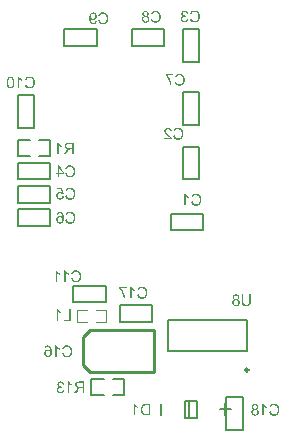
<source format=gbo>
G04*
G04 #@! TF.GenerationSoftware,Altium Limited,Altium Designer,18.1.9 (240)*
G04*
G04 Layer_Color=32896*
%FSLAX25Y25*%
%MOIN*%
G70*
G01*
G75*
%ADD10C,0.01000*%
%ADD11C,0.00400*%
%ADD12C,0.00787*%
%ADD14C,0.00600*%
%ADD66C,0.00984*%
G36*
X443500Y259121D02*
Y259010D01*
X443494Y258904D01*
X443489Y258804D01*
X443478Y258710D01*
X443467Y258627D01*
X443456Y258549D01*
X443439Y258477D01*
X443428Y258410D01*
X443417Y258349D01*
X443400Y258299D01*
X443389Y258255D01*
X443378Y258222D01*
X443367Y258194D01*
X443361Y258172D01*
X443356Y258160D01*
Y258155D01*
X443295Y258033D01*
X443217Y257922D01*
X443139Y257833D01*
X443056Y257755D01*
X442984Y257694D01*
X442923Y257650D01*
X442901Y257639D01*
X442884Y257628D01*
X442873Y257617D01*
X442867D01*
X442729Y257556D01*
X442584Y257511D01*
X442434Y257478D01*
X442296Y257456D01*
X442235Y257450D01*
X442173Y257445D01*
X442118Y257439D01*
X442074D01*
X442035Y257433D01*
X441985D01*
X441785Y257445D01*
X441696Y257456D01*
X441613Y257467D01*
X441530Y257483D01*
X441458Y257500D01*
X441391Y257517D01*
X441330Y257539D01*
X441274Y257561D01*
X441230Y257578D01*
X441186Y257594D01*
X441152Y257611D01*
X441125Y257628D01*
X441108Y257633D01*
X441097Y257644D01*
X441091D01*
X440969Y257728D01*
X440869Y257822D01*
X440792Y257911D01*
X440725Y257999D01*
X440675Y258077D01*
X440642Y258138D01*
X440631Y258160D01*
X440620Y258177D01*
X440614Y258188D01*
Y258194D01*
X440592Y258260D01*
X440570Y258332D01*
X440536Y258482D01*
X440514Y258638D01*
X440497Y258788D01*
X440492Y258854D01*
X440486Y258921D01*
Y258976D01*
X440481Y259026D01*
Y259065D01*
Y259093D01*
Y259115D01*
Y259121D01*
Y261341D01*
X440991D01*
Y259121D01*
Y258993D01*
X441003Y258871D01*
X441014Y258765D01*
X441030Y258665D01*
X441047Y258577D01*
X441069Y258493D01*
X441086Y258421D01*
X441108Y258360D01*
X441130Y258310D01*
X441152Y258260D01*
X441175Y258227D01*
X441191Y258194D01*
X441208Y258172D01*
X441219Y258155D01*
X441224Y258149D01*
X441230Y258144D01*
X441280Y258099D01*
X441335Y258061D01*
X441458Y257999D01*
X441585Y257955D01*
X441718Y257927D01*
X441841Y257905D01*
X441890Y257900D01*
X441940D01*
X441974Y257894D01*
X442029D01*
X442146Y257900D01*
X442251Y257916D01*
X442351Y257933D01*
X442429Y257961D01*
X442495Y257983D01*
X442545Y257999D01*
X442573Y258016D01*
X442584Y258022D01*
X442662Y258072D01*
X442729Y258133D01*
X442784Y258194D01*
X442823Y258249D01*
X442856Y258305D01*
X442884Y258344D01*
X442895Y258371D01*
X442901Y258383D01*
X442917Y258432D01*
X442928Y258482D01*
X442951Y258599D01*
X442967Y258721D01*
X442978Y258843D01*
X442984Y258948D01*
Y258998D01*
X442989Y259037D01*
Y259071D01*
Y259098D01*
Y259115D01*
Y259121D01*
Y261341D01*
X443500D01*
Y259121D01*
D02*
G37*
G36*
X438666Y261352D02*
X438755Y261346D01*
X438910Y261313D01*
X438982Y261291D01*
X439049Y261268D01*
X439110Y261241D01*
X439165Y261213D01*
X439210Y261185D01*
X439254Y261157D01*
X439293Y261135D01*
X439321Y261113D01*
X439343Y261096D01*
X439360Y261080D01*
X439371Y261074D01*
X439376Y261069D01*
X439426Y261013D01*
X439476Y260958D01*
X439515Y260897D01*
X439548Y260836D01*
X439604Y260719D01*
X439637Y260608D01*
X439659Y260514D01*
X439665Y260469D01*
X439671Y260436D01*
X439676Y260403D01*
Y260381D01*
Y260369D01*
Y260364D01*
X439671Y260264D01*
X439654Y260170D01*
X439632Y260086D01*
X439604Y260014D01*
X439582Y259959D01*
X439560Y259914D01*
X439543Y259892D01*
X439537Y259881D01*
X439476Y259814D01*
X439410Y259753D01*
X439337Y259698D01*
X439265Y259653D01*
X439199Y259620D01*
X439149Y259598D01*
X439127Y259587D01*
X439110Y259581D01*
X439104Y259576D01*
X439099D01*
X439226Y259537D01*
X439332Y259487D01*
X439426Y259426D01*
X439504Y259370D01*
X439565Y259315D01*
X439609Y259270D01*
X439632Y259243D01*
X439643Y259237D01*
Y259232D01*
X439704Y259132D01*
X439754Y259026D01*
X439787Y258926D01*
X439809Y258826D01*
X439820Y258738D01*
X439826Y258699D01*
Y258665D01*
X439831Y258643D01*
Y258621D01*
Y258610D01*
Y258604D01*
X439826Y258516D01*
X439815Y258427D01*
X439798Y258344D01*
X439776Y258260D01*
X439720Y258122D01*
X439693Y258055D01*
X439659Y257999D01*
X439626Y257944D01*
X439598Y257900D01*
X439565Y257861D01*
X439543Y257827D01*
X439521Y257800D01*
X439504Y257783D01*
X439493Y257772D01*
X439487Y257766D01*
X439421Y257705D01*
X439349Y257655D01*
X439271Y257611D01*
X439193Y257572D01*
X439121Y257544D01*
X439043Y257517D01*
X438894Y257478D01*
X438827Y257461D01*
X438766Y257450D01*
X438710Y257445D01*
X438660Y257439D01*
X438622Y257433D01*
X438566D01*
X438461Y257439D01*
X438366Y257450D01*
X438272Y257467D01*
X438183Y257483D01*
X438105Y257511D01*
X438028Y257539D01*
X437956Y257567D01*
X437894Y257600D01*
X437839Y257633D01*
X437789Y257661D01*
X437750Y257689D01*
X437711Y257716D01*
X437684Y257733D01*
X437667Y257750D01*
X437656Y257761D01*
X437650Y257766D01*
X437589Y257833D01*
X437534Y257900D01*
X437489Y257966D01*
X437451Y258038D01*
X437412Y258105D01*
X437384Y258177D01*
X437345Y258305D01*
X437328Y258366D01*
X437317Y258421D01*
X437312Y258471D01*
X437306Y258510D01*
X437301Y258543D01*
Y258571D01*
Y258588D01*
Y258593D01*
X437306Y258721D01*
X437328Y258838D01*
X437362Y258943D01*
X437395Y259032D01*
X437428Y259104D01*
X437462Y259159D01*
X437484Y259193D01*
X437489Y259198D01*
Y259204D01*
X437567Y259293D01*
X437650Y259370D01*
X437739Y259431D01*
X437822Y259487D01*
X437900Y259526D01*
X437967Y259554D01*
X437989Y259565D01*
X438005Y259570D01*
X438017Y259576D01*
X438022D01*
X437922Y259620D01*
X437839Y259670D01*
X437767Y259720D01*
X437706Y259770D01*
X437661Y259814D01*
X437628Y259848D01*
X437606Y259870D01*
X437600Y259881D01*
X437550Y259959D01*
X437517Y260036D01*
X437489Y260114D01*
X437473Y260192D01*
X437462Y260253D01*
X437456Y260303D01*
Y260336D01*
Y260342D01*
Y260347D01*
X437462Y260425D01*
X437467Y260497D01*
X437506Y260636D01*
X437556Y260758D01*
X437611Y260863D01*
X437667Y260946D01*
X437695Y260980D01*
X437717Y261013D01*
X437739Y261035D01*
X437756Y261052D01*
X437761Y261057D01*
X437767Y261063D01*
X437828Y261113D01*
X437889Y261163D01*
X437956Y261202D01*
X438022Y261235D01*
X438155Y261285D01*
X438289Y261318D01*
X438344Y261335D01*
X438400Y261341D01*
X438449Y261346D01*
X438494Y261352D01*
X438527Y261357D01*
X438577D01*
X438666Y261352D01*
D02*
G37*
G36*
X380297Y232346D02*
X380447Y232318D01*
X380574Y232274D01*
X380685Y232230D01*
X380735Y232202D01*
X380774Y232180D01*
X380813Y232157D01*
X380840Y232135D01*
X380863Y232119D01*
X380879Y232107D01*
X380890Y232102D01*
X380896Y232096D01*
X381001Y231991D01*
X381085Y231874D01*
X381151Y231752D01*
X381207Y231630D01*
X381240Y231525D01*
X381257Y231480D01*
X381268Y231441D01*
X381273Y231408D01*
X381279Y231386D01*
X381284Y231369D01*
Y231364D01*
X380813Y231280D01*
X380790Y231403D01*
X380757Y231508D01*
X380718Y231597D01*
X380680Y231669D01*
X380641Y231725D01*
X380607Y231763D01*
X380585Y231791D01*
X380580Y231797D01*
X380507Y231852D01*
X380430Y231897D01*
X380358Y231924D01*
X380286Y231946D01*
X380219Y231958D01*
X380169Y231969D01*
X380124D01*
X380025Y231963D01*
X379936Y231941D01*
X379858Y231913D01*
X379792Y231886D01*
X379742Y231852D01*
X379703Y231824D01*
X379675Y231802D01*
X379669Y231797D01*
X379608Y231730D01*
X379564Y231658D01*
X379536Y231586D01*
X379514Y231519D01*
X379503Y231458D01*
X379492Y231414D01*
Y231381D01*
Y231375D01*
Y231369D01*
Y231308D01*
X379503Y231253D01*
X379531Y231158D01*
X379570Y231075D01*
X379614Y231003D01*
X379658Y230953D01*
X379697Y230914D01*
X379725Y230892D01*
X379731Y230887D01*
X379736D01*
X379830Y230837D01*
X379919Y230798D01*
X380013Y230770D01*
X380097Y230753D01*
X380169Y230742D01*
X380230Y230731D01*
X380302D01*
X380324Y230737D01*
X380352D01*
X380408Y230320D01*
X380335Y230337D01*
X380269Y230348D01*
X380213Y230359D01*
X380163Y230365D01*
X380124Y230370D01*
X380075D01*
X379958Y230359D01*
X379853Y230337D01*
X379758Y230304D01*
X379680Y230265D01*
X379620Y230226D01*
X379575Y230193D01*
X379547Y230171D01*
X379536Y230159D01*
X379464Y230076D01*
X379409Y229987D01*
X379370Y229899D01*
X379348Y229810D01*
X379331Y229738D01*
X379325Y229677D01*
X379320Y229654D01*
Y229638D01*
Y229627D01*
Y229621D01*
X379331Y229499D01*
X379359Y229388D01*
X379392Y229294D01*
X379436Y229210D01*
X379481Y229144D01*
X379514Y229094D01*
X379542Y229061D01*
X379553Y229049D01*
X379642Y228972D01*
X379736Y228916D01*
X379830Y228877D01*
X379919Y228850D01*
X379997Y228833D01*
X380058Y228827D01*
X380080Y228822D01*
X380114D01*
X380213Y228827D01*
X380308Y228850D01*
X380391Y228877D01*
X380457Y228911D01*
X380513Y228939D01*
X380557Y228966D01*
X380580Y228988D01*
X380591Y228994D01*
X380657Y229072D01*
X380713Y229160D01*
X380763Y229255D01*
X380802Y229355D01*
X380829Y229438D01*
X380840Y229477D01*
X380846Y229510D01*
X380852Y229538D01*
X380857Y229560D01*
X380863Y229571D01*
Y229577D01*
X381334Y229516D01*
X381323Y229427D01*
X381307Y229344D01*
X381257Y229188D01*
X381196Y229055D01*
X381162Y228999D01*
X381129Y228944D01*
X381096Y228894D01*
X381063Y228855D01*
X381035Y228816D01*
X381007Y228789D01*
X380990Y228766D01*
X380974Y228750D01*
X380963Y228739D01*
X380957Y228733D01*
X380890Y228683D01*
X380824Y228633D01*
X380757Y228594D01*
X380685Y228561D01*
X380546Y228505D01*
X380413Y228472D01*
X380352Y228461D01*
X380297Y228450D01*
X380247Y228445D01*
X380202Y228439D01*
X380169Y228433D01*
X380119D01*
X380013Y228439D01*
X379919Y228450D01*
X379825Y228467D01*
X379736Y228489D01*
X379653Y228517D01*
X379581Y228544D01*
X379508Y228578D01*
X379447Y228611D01*
X379386Y228639D01*
X379337Y228672D01*
X379292Y228700D01*
X379259Y228728D01*
X379231Y228750D01*
X379209Y228766D01*
X379198Y228778D01*
X379192Y228783D01*
X379126Y228850D01*
X379070Y228922D01*
X379020Y228994D01*
X378976Y229066D01*
X378942Y229133D01*
X378909Y229205D01*
X378865Y229338D01*
X378854Y229399D01*
X378842Y229455D01*
X378831Y229505D01*
X378826Y229549D01*
X378820Y229582D01*
Y229610D01*
Y229627D01*
Y229632D01*
X378826Y229765D01*
X378848Y229888D01*
X378881Y229993D01*
X378915Y230082D01*
X378948Y230154D01*
X378981Y230209D01*
X379004Y230243D01*
X379009Y230254D01*
X379087Y230337D01*
X379170Y230409D01*
X379259Y230465D01*
X379348Y230509D01*
X379425Y230542D01*
X379486Y230565D01*
X379508Y230570D01*
X379525Y230576D01*
X379536Y230581D01*
X379542D01*
X379447Y230631D01*
X379370Y230681D01*
X379303Y230737D01*
X379248Y230787D01*
X379203Y230831D01*
X379170Y230870D01*
X379153Y230892D01*
X379148Y230903D01*
X379103Y230981D01*
X379070Y231059D01*
X379042Y231136D01*
X379026Y231208D01*
X379015Y231270D01*
X379009Y231314D01*
Y231347D01*
Y231358D01*
X379015Y231453D01*
X379031Y231547D01*
X379053Y231630D01*
X379081Y231702D01*
X379109Y231763D01*
X379131Y231813D01*
X379148Y231841D01*
X379153Y231852D01*
X379209Y231935D01*
X379275Y232008D01*
X379342Y232069D01*
X379409Y232124D01*
X379464Y232163D01*
X379514Y232196D01*
X379547Y232213D01*
X379553Y232219D01*
X379558D01*
X379658Y232263D01*
X379758Y232296D01*
X379858Y232324D01*
X379947Y232341D01*
X380019Y232352D01*
X380080Y232357D01*
X380219D01*
X380297Y232346D01*
D02*
G37*
G36*
X382911Y232263D02*
X382972Y232174D01*
X383044Y232085D01*
X383110Y232008D01*
X383177Y231941D01*
X383227Y231886D01*
X383249Y231869D01*
X383266Y231852D01*
X383271Y231847D01*
X383277Y231841D01*
X383394Y231747D01*
X383510Y231658D01*
X383621Y231580D01*
X383732Y231519D01*
X383826Y231464D01*
X383865Y231441D01*
X383898Y231425D01*
X383926Y231408D01*
X383948Y231403D01*
X383960Y231392D01*
X383965D01*
Y230937D01*
X383882Y230970D01*
X383799Y231009D01*
X383715Y231047D01*
X383638Y231086D01*
X383571Y231120D01*
X383516Y231147D01*
X383482Y231170D01*
X383477Y231175D01*
X383471D01*
X383371Y231236D01*
X383282Y231297D01*
X383205Y231353D01*
X383144Y231403D01*
X383088Y231441D01*
X383055Y231475D01*
X383027Y231497D01*
X383022Y231503D01*
Y228500D01*
X382550D01*
Y232357D01*
X382855D01*
X382911Y232263D01*
D02*
G37*
G36*
X388000Y228500D02*
X387489D01*
Y230204D01*
X386835D01*
X386773Y230198D01*
X386729D01*
X386690Y230193D01*
X386662Y230187D01*
X386640D01*
X386629Y230182D01*
X386624D01*
X386535Y230154D01*
X386496Y230137D01*
X386463Y230121D01*
X386429Y230104D01*
X386407Y230093D01*
X386396Y230087D01*
X386390Y230082D01*
X386346Y230048D01*
X386302Y230010D01*
X386218Y229926D01*
X386180Y229888D01*
X386152Y229854D01*
X386135Y229832D01*
X386130Y229826D01*
X386074Y229749D01*
X386013Y229665D01*
X385952Y229577D01*
X385891Y229493D01*
X385841Y229416D01*
X385802Y229355D01*
X385786Y229332D01*
X385774Y229316D01*
X385763Y229305D01*
Y229299D01*
X385258Y228500D01*
X384626D01*
X385286Y229543D01*
X385364Y229654D01*
X385436Y229754D01*
X385508Y229838D01*
X385569Y229915D01*
X385625Y229971D01*
X385669Y230015D01*
X385697Y230043D01*
X385708Y230054D01*
X385752Y230087D01*
X385802Y230126D01*
X385902Y230187D01*
X385946Y230209D01*
X385980Y230232D01*
X386002Y230243D01*
X386013Y230248D01*
X385913Y230265D01*
X385819Y230282D01*
X385736Y230309D01*
X385652Y230331D01*
X385580Y230359D01*
X385514Y230393D01*
X385453Y230420D01*
X385397Y230448D01*
X385353Y230481D01*
X385308Y230509D01*
X385275Y230531D01*
X385247Y230554D01*
X385225Y230570D01*
X385208Y230587D01*
X385203Y230592D01*
X385197Y230598D01*
X385153Y230653D01*
X385108Y230709D01*
X385042Y230825D01*
X384997Y230942D01*
X384964Y231053D01*
X384942Y231147D01*
X384936Y231186D01*
Y231225D01*
X384931Y231253D01*
Y231275D01*
Y231286D01*
Y231292D01*
X384936Y231408D01*
X384953Y231514D01*
X384981Y231613D01*
X385009Y231697D01*
X385042Y231769D01*
X385064Y231824D01*
X385086Y231858D01*
X385092Y231863D01*
Y231869D01*
X385158Y231958D01*
X385225Y232035D01*
X385297Y232102D01*
X385364Y232152D01*
X385425Y232191D01*
X385475Y232213D01*
X385508Y232230D01*
X385514Y232235D01*
X385519D01*
X385569Y232252D01*
X385630Y232268D01*
X385752Y232296D01*
X385885Y232313D01*
X386007Y232330D01*
X386124Y232335D01*
X386174D01*
X386218Y232341D01*
X388000D01*
Y228500D01*
D02*
G37*
G36*
X379411Y311763D02*
X379472Y311674D01*
X379544Y311585D01*
X379610Y311508D01*
X379677Y311441D01*
X379727Y311385D01*
X379749Y311369D01*
X379766Y311352D01*
X379771Y311347D01*
X379777Y311341D01*
X379893Y311247D01*
X380010Y311158D01*
X380121Y311080D01*
X380232Y311019D01*
X380326Y310964D01*
X380365Y310942D01*
X380399Y310925D01*
X380426Y310908D01*
X380449Y310903D01*
X380460Y310892D01*
X380465D01*
Y310437D01*
X380382Y310470D01*
X380299Y310509D01*
X380215Y310547D01*
X380138Y310586D01*
X380071Y310620D01*
X380016Y310647D01*
X379982Y310669D01*
X379977Y310675D01*
X379971D01*
X379871Y310736D01*
X379783Y310797D01*
X379705Y310853D01*
X379644Y310903D01*
X379588Y310942D01*
X379555Y310975D01*
X379527Y310997D01*
X379522Y311003D01*
Y308000D01*
X379050D01*
Y311857D01*
X379355D01*
X379411Y311763D01*
D02*
G37*
G36*
X384500Y308000D02*
X383989D01*
Y309704D01*
X383334D01*
X383274Y309698D01*
X383229D01*
X383190Y309693D01*
X383162Y309687D01*
X383140D01*
X383129Y309682D01*
X383124D01*
X383035Y309654D01*
X382996Y309637D01*
X382963Y309621D01*
X382929Y309604D01*
X382907Y309593D01*
X382896Y309587D01*
X382891Y309582D01*
X382846Y309548D01*
X382802Y309510D01*
X382718Y309426D01*
X382680Y309387D01*
X382652Y309354D01*
X382635Y309332D01*
X382630Y309327D01*
X382574Y309249D01*
X382513Y309166D01*
X382452Y309077D01*
X382391Y308993D01*
X382341Y308916D01*
X382302Y308855D01*
X382286Y308833D01*
X382274Y308816D01*
X382263Y308805D01*
Y308799D01*
X381758Y308000D01*
X381126D01*
X381786Y309043D01*
X381864Y309154D01*
X381936Y309254D01*
X382008Y309338D01*
X382069Y309415D01*
X382125Y309471D01*
X382169Y309515D01*
X382197Y309543D01*
X382208Y309554D01*
X382252Y309587D01*
X382302Y309626D01*
X382402Y309687D01*
X382447Y309709D01*
X382480Y309732D01*
X382502Y309743D01*
X382513Y309748D01*
X382413Y309765D01*
X382319Y309782D01*
X382236Y309809D01*
X382152Y309832D01*
X382080Y309859D01*
X382014Y309893D01*
X381953Y309920D01*
X381897Y309948D01*
X381853Y309981D01*
X381808Y310009D01*
X381775Y310031D01*
X381747Y310053D01*
X381725Y310070D01*
X381708Y310087D01*
X381703Y310092D01*
X381697Y310098D01*
X381653Y310153D01*
X381608Y310209D01*
X381542Y310326D01*
X381497Y310442D01*
X381464Y310553D01*
X381442Y310647D01*
X381436Y310686D01*
Y310725D01*
X381431Y310753D01*
Y310775D01*
Y310786D01*
Y310792D01*
X381436Y310908D01*
X381453Y311014D01*
X381481Y311114D01*
X381509Y311197D01*
X381542Y311269D01*
X381564Y311324D01*
X381586Y311358D01*
X381592Y311363D01*
Y311369D01*
X381658Y311458D01*
X381725Y311535D01*
X381797Y311602D01*
X381864Y311652D01*
X381925Y311691D01*
X381975Y311713D01*
X382008Y311730D01*
X382014Y311735D01*
X382019D01*
X382069Y311752D01*
X382130Y311768D01*
X382252Y311796D01*
X382385Y311813D01*
X382507Y311829D01*
X382624Y311835D01*
X382674D01*
X382718Y311841D01*
X384500D01*
Y308000D01*
D02*
G37*
G36*
X379271Y256263D02*
X379332Y256174D01*
X379404Y256085D01*
X379471Y256008D01*
X379537Y255941D01*
X379587Y255886D01*
X379609Y255869D01*
X379626Y255852D01*
X379632Y255847D01*
X379637Y255841D01*
X379754Y255747D01*
X379870Y255658D01*
X379981Y255580D01*
X380092Y255519D01*
X380187Y255464D01*
X380225Y255441D01*
X380259Y255425D01*
X380287Y255408D01*
X380309Y255403D01*
X380320Y255392D01*
X380325D01*
Y254937D01*
X380242Y254970D01*
X380159Y255009D01*
X380076Y255047D01*
X379998Y255086D01*
X379931Y255120D01*
X379876Y255147D01*
X379842Y255170D01*
X379837Y255175D01*
X379831D01*
X379732Y255236D01*
X379643Y255297D01*
X379565Y255353D01*
X379504Y255403D01*
X379449Y255441D01*
X379415Y255475D01*
X379387Y255497D01*
X379382Y255503D01*
Y252500D01*
X378910D01*
Y256357D01*
X379215D01*
X379271Y256263D01*
D02*
G37*
G36*
X383500Y252500D02*
X381097D01*
Y252955D01*
X382989D01*
Y256341D01*
X383500D01*
Y252500D01*
D02*
G37*
G36*
X404905Y224763D02*
X404966Y224674D01*
X405038Y224585D01*
X405105Y224508D01*
X405171Y224441D01*
X405222Y224385D01*
X405244Y224369D01*
X405260Y224352D01*
X405266Y224347D01*
X405271Y224341D01*
X405388Y224247D01*
X405505Y224158D01*
X405616Y224080D01*
X405726Y224019D01*
X405821Y223964D01*
X405860Y223941D01*
X405893Y223925D01*
X405921Y223908D01*
X405943Y223903D01*
X405954Y223892D01*
X405960D01*
Y223436D01*
X405876Y223470D01*
X405793Y223509D01*
X405710Y223547D01*
X405632Y223586D01*
X405566Y223620D01*
X405510Y223647D01*
X405477Y223670D01*
X405471Y223675D01*
X405466D01*
X405366Y223736D01*
X405277Y223797D01*
X405199Y223853D01*
X405138Y223903D01*
X405083Y223941D01*
X405049Y223975D01*
X405022Y223997D01*
X405016Y224003D01*
Y221000D01*
X404544D01*
Y224857D01*
X404850D01*
X404905Y224763D01*
D02*
G37*
G36*
X410000Y221000D02*
X408618D01*
X408490Y221006D01*
X408374Y221011D01*
X408268Y221022D01*
X408180Y221033D01*
X408102Y221044D01*
X408046Y221050D01*
X408030Y221056D01*
X408013Y221061D01*
X408002D01*
X407902Y221089D01*
X407813Y221122D01*
X407736Y221150D01*
X407669Y221183D01*
X407614Y221211D01*
X407575Y221233D01*
X407552Y221250D01*
X407541Y221255D01*
X407469Y221305D01*
X407408Y221366D01*
X407347Y221422D01*
X407297Y221477D01*
X407253Y221527D01*
X407220Y221566D01*
X407197Y221594D01*
X407192Y221605D01*
X407136Y221694D01*
X407081Y221788D01*
X407036Y221877D01*
X407003Y221966D01*
X406970Y222043D01*
X406948Y222104D01*
X406942Y222127D01*
X406936Y222143D01*
X406931Y222154D01*
Y222160D01*
X406898Y222293D01*
X406870Y222426D01*
X406853Y222554D01*
X406837Y222676D01*
X406831Y222782D01*
Y222826D01*
X406825Y222865D01*
Y222892D01*
Y222920D01*
Y222931D01*
Y222937D01*
X406831Y223126D01*
X406848Y223298D01*
X406875Y223453D01*
X406886Y223525D01*
X406903Y223586D01*
X406920Y223647D01*
X406931Y223697D01*
X406942Y223742D01*
X406959Y223780D01*
X406964Y223814D01*
X406975Y223836D01*
X406981Y223847D01*
Y223853D01*
X407042Y223997D01*
X407114Y224125D01*
X407192Y224236D01*
X407264Y224330D01*
X407331Y224408D01*
X407386Y224463D01*
X407408Y224480D01*
X407425Y224497D01*
X407430Y224502D01*
X407436Y224508D01*
X407525Y224580D01*
X407619Y224635D01*
X407713Y224685D01*
X407802Y224724D01*
X407880Y224752D01*
X407941Y224768D01*
X407963Y224780D01*
X407980D01*
X407991Y224785D01*
X407997D01*
X408091Y224802D01*
X408202Y224818D01*
X408313Y224830D01*
X408424Y224835D01*
X408524Y224841D01*
X410000D01*
Y221000D01*
D02*
G37*
G36*
X447755Y224763D02*
X447816Y224674D01*
X447889Y224585D01*
X447955Y224508D01*
X448022Y224441D01*
X448072Y224385D01*
X448094Y224369D01*
X448110Y224352D01*
X448116Y224347D01*
X448122Y224341D01*
X448238Y224247D01*
X448355Y224158D01*
X448466Y224080D01*
X448577Y224019D01*
X448671Y223964D01*
X448710Y223941D01*
X448743Y223925D01*
X448771Y223908D01*
X448793Y223903D01*
X448804Y223892D01*
X448810D01*
Y223436D01*
X448727Y223470D01*
X448643Y223509D01*
X448560Y223547D01*
X448482Y223586D01*
X448416Y223620D01*
X448360Y223647D01*
X448327Y223670D01*
X448321Y223675D01*
X448316D01*
X448216Y223736D01*
X448127Y223797D01*
X448049Y223853D01*
X447988Y223903D01*
X447933Y223941D01*
X447899Y223975D01*
X447872Y223997D01*
X447866Y224003D01*
Y221000D01*
X447395D01*
Y224857D01*
X447700D01*
X447755Y224763D01*
D02*
G37*
G36*
X451374Y224896D02*
X451551Y224868D01*
X451707Y224835D01*
X451779Y224813D01*
X451846Y224791D01*
X451907Y224768D01*
X451962Y224746D01*
X452006Y224730D01*
X452051Y224713D01*
X452079Y224696D01*
X452101Y224685D01*
X452118Y224680D01*
X452123Y224674D01*
X452273Y224580D01*
X452401Y224469D01*
X452512Y224358D01*
X452606Y224247D01*
X452678Y224147D01*
X452706Y224102D01*
X452728Y224064D01*
X452750Y224036D01*
X452761Y224014D01*
X452767Y223997D01*
X452773Y223991D01*
X452850Y223819D01*
X452906Y223642D01*
X452945Y223464D01*
X452972Y223303D01*
X452983Y223231D01*
X452989Y223159D01*
X452994Y223103D01*
Y223048D01*
X453000Y223009D01*
Y222976D01*
Y222954D01*
Y222948D01*
X452989Y222748D01*
X452967Y222554D01*
X452939Y222382D01*
X452917Y222299D01*
X452900Y222227D01*
X452883Y222160D01*
X452861Y222099D01*
X452845Y222043D01*
X452834Y221999D01*
X452817Y221966D01*
X452811Y221938D01*
X452800Y221921D01*
Y221916D01*
X452717Y221749D01*
X452623Y221599D01*
X452523Y221472D01*
X452473Y221422D01*
X452428Y221372D01*
X452384Y221327D01*
X452340Y221289D01*
X452301Y221255D01*
X452267Y221233D01*
X452245Y221211D01*
X452223Y221194D01*
X452212Y221189D01*
X452206Y221183D01*
X452129Y221139D01*
X452051Y221100D01*
X451885Y221039D01*
X451718Y220994D01*
X451557Y220967D01*
X451479Y220956D01*
X451413Y220944D01*
X451352Y220939D01*
X451302D01*
X451257Y220933D01*
X451196D01*
X451085Y220939D01*
X450980Y220950D01*
X450880Y220961D01*
X450785Y220983D01*
X450697Y221011D01*
X450613Y221039D01*
X450536Y221067D01*
X450464Y221100D01*
X450403Y221128D01*
X450342Y221155D01*
X450297Y221183D01*
X450253Y221211D01*
X450225Y221233D01*
X450197Y221244D01*
X450186Y221255D01*
X450181Y221261D01*
X450103Y221327D01*
X450036Y221394D01*
X449975Y221472D01*
X449914Y221549D01*
X449814Y221705D01*
X449737Y221860D01*
X449703Y221932D01*
X449676Y221999D01*
X449653Y222060D01*
X449637Y222110D01*
X449620Y222154D01*
X449609Y222188D01*
X449603Y222210D01*
Y222216D01*
X450114Y222343D01*
X450136Y222254D01*
X450164Y222171D01*
X450192Y222093D01*
X450219Y222021D01*
X450253Y221955D01*
X450286Y221899D01*
X450325Y221844D01*
X450358Y221794D01*
X450386Y221749D01*
X450419Y221716D01*
X450447Y221683D01*
X450469Y221655D01*
X450491Y221638D01*
X450508Y221622D01*
X450514Y221616D01*
X450519Y221610D01*
X450575Y221566D01*
X450636Y221533D01*
X450758Y221472D01*
X450874Y221427D01*
X450991Y221400D01*
X451091Y221377D01*
X451130Y221372D01*
X451168D01*
X451202Y221366D01*
X451241D01*
X451368Y221372D01*
X451490Y221394D01*
X451601Y221422D01*
X451701Y221455D01*
X451779Y221488D01*
X451812Y221505D01*
X451840Y221516D01*
X451862Y221527D01*
X451879Y221538D01*
X451890Y221544D01*
X451896D01*
X452001Y221622D01*
X452090Y221705D01*
X452168Y221799D01*
X452228Y221888D01*
X452279Y221966D01*
X452312Y222032D01*
X452323Y222060D01*
X452334Y222077D01*
X452340Y222088D01*
Y222093D01*
X452384Y222238D01*
X452417Y222382D01*
X452445Y222526D01*
X452462Y222659D01*
X452467Y222721D01*
X452473Y222776D01*
Y222826D01*
X452478Y222865D01*
Y222898D01*
Y222926D01*
Y222942D01*
Y222948D01*
X452473Y223092D01*
X452462Y223226D01*
X452439Y223348D01*
X452417Y223459D01*
X452401Y223553D01*
X452389Y223592D01*
X452378Y223625D01*
X452373Y223653D01*
X452367Y223670D01*
X452362Y223681D01*
Y223686D01*
X452306Y223814D01*
X452245Y223930D01*
X452179Y224025D01*
X452107Y224108D01*
X452045Y224175D01*
X451995Y224219D01*
X451957Y224247D01*
X451951Y224258D01*
X451945D01*
X451829Y224330D01*
X451701Y224385D01*
X451579Y224424D01*
X451463Y224447D01*
X451357Y224463D01*
X451313Y224469D01*
X451274D01*
X451246Y224474D01*
X451202D01*
X451063Y224469D01*
X450935Y224447D01*
X450830Y224413D01*
X450736Y224380D01*
X450664Y224341D01*
X450608Y224313D01*
X450575Y224291D01*
X450564Y224280D01*
X450475Y224197D01*
X450391Y224102D01*
X450325Y224003D01*
X450269Y223903D01*
X450225Y223814D01*
X450208Y223769D01*
X450197Y223736D01*
X450186Y223708D01*
X450175Y223686D01*
X450170Y223675D01*
Y223670D01*
X449670Y223786D01*
X449703Y223886D01*
X449737Y223975D01*
X449781Y224058D01*
X449820Y224141D01*
X449864Y224214D01*
X449914Y224280D01*
X449959Y224347D01*
X450003Y224402D01*
X450047Y224447D01*
X450086Y224491D01*
X450125Y224530D01*
X450153Y224557D01*
X450181Y224585D01*
X450203Y224602D01*
X450214Y224607D01*
X450219Y224613D01*
X450297Y224663D01*
X450375Y224713D01*
X450453Y224752D01*
X450536Y224785D01*
X450702Y224835D01*
X450852Y224868D01*
X450924Y224885D01*
X450985Y224890D01*
X451046Y224896D01*
X451096Y224902D01*
X451135Y224907D01*
X451191D01*
X451374Y224896D01*
D02*
G37*
G36*
X445025Y224852D02*
X445114Y224846D01*
X445269Y224813D01*
X445341Y224791D01*
X445408Y224768D01*
X445469Y224741D01*
X445524Y224713D01*
X445569Y224685D01*
X445613Y224658D01*
X445652Y224635D01*
X445680Y224613D01*
X445702Y224596D01*
X445718Y224580D01*
X445729Y224574D01*
X445735Y224569D01*
X445785Y224513D01*
X445835Y224458D01*
X445874Y224397D01*
X445907Y224336D01*
X445963Y224219D01*
X445996Y224108D01*
X446018Y224014D01*
X446024Y223969D01*
X446029Y223936D01*
X446035Y223903D01*
Y223881D01*
Y223869D01*
Y223864D01*
X446029Y223764D01*
X446013Y223670D01*
X445990Y223586D01*
X445963Y223514D01*
X445940Y223459D01*
X445918Y223414D01*
X445902Y223392D01*
X445896Y223381D01*
X445835Y223314D01*
X445768Y223253D01*
X445696Y223198D01*
X445624Y223153D01*
X445557Y223120D01*
X445507Y223098D01*
X445485Y223087D01*
X445469Y223081D01*
X445463Y223076D01*
X445458D01*
X445585Y223037D01*
X445691Y222987D01*
X445785Y222926D01*
X445863Y222870D01*
X445924Y222815D01*
X445968Y222770D01*
X445990Y222743D01*
X446001Y222737D01*
Y222732D01*
X446063Y222632D01*
X446112Y222526D01*
X446146Y222426D01*
X446168Y222326D01*
X446179Y222238D01*
X446185Y222199D01*
Y222165D01*
X446190Y222143D01*
Y222121D01*
Y222110D01*
Y222104D01*
X446185Y222016D01*
X446173Y221927D01*
X446157Y221844D01*
X446135Y221760D01*
X446079Y221622D01*
X446051Y221555D01*
X446018Y221499D01*
X445985Y221444D01*
X445957Y221400D01*
X445924Y221361D01*
X445902Y221327D01*
X445879Y221300D01*
X445863Y221283D01*
X445852Y221272D01*
X445846Y221266D01*
X445779Y221205D01*
X445707Y221155D01*
X445630Y221111D01*
X445552Y221072D01*
X445480Y221044D01*
X445402Y221017D01*
X445252Y220978D01*
X445186Y220961D01*
X445124Y220950D01*
X445069Y220944D01*
X445019Y220939D01*
X444980Y220933D01*
X444925D01*
X444819Y220939D01*
X444725Y220950D01*
X444631Y220967D01*
X444542Y220983D01*
X444464Y221011D01*
X444386Y221039D01*
X444314Y221067D01*
X444253Y221100D01*
X444198Y221133D01*
X444148Y221161D01*
X444109Y221189D01*
X444070Y221216D01*
X444042Y221233D01*
X444026Y221250D01*
X444015Y221261D01*
X444009Y221266D01*
X443948Y221333D01*
X443892Y221400D01*
X443848Y221466D01*
X443809Y221538D01*
X443770Y221605D01*
X443743Y221677D01*
X443704Y221805D01*
X443687Y221866D01*
X443676Y221921D01*
X443670Y221971D01*
X443665Y222010D01*
X443659Y222043D01*
Y222071D01*
Y222088D01*
Y222093D01*
X443665Y222221D01*
X443687Y222338D01*
X443720Y222443D01*
X443754Y222532D01*
X443787Y222604D01*
X443820Y222659D01*
X443843Y222693D01*
X443848Y222698D01*
Y222704D01*
X443926Y222793D01*
X444009Y222870D01*
X444098Y222931D01*
X444181Y222987D01*
X444259Y223026D01*
X444325Y223054D01*
X444347Y223065D01*
X444364Y223070D01*
X444375Y223076D01*
X444381D01*
X444281Y223120D01*
X444198Y223170D01*
X444126Y223220D01*
X444065Y223270D01*
X444020Y223314D01*
X443987Y223348D01*
X443965Y223370D01*
X443959Y223381D01*
X443909Y223459D01*
X443876Y223536D01*
X443848Y223614D01*
X443831Y223692D01*
X443820Y223753D01*
X443815Y223803D01*
Y223836D01*
Y223842D01*
Y223847D01*
X443820Y223925D01*
X443826Y223997D01*
X443865Y224136D01*
X443915Y224258D01*
X443970Y224363D01*
X444026Y224447D01*
X444053Y224480D01*
X444076Y224513D01*
X444098Y224535D01*
X444114Y224552D01*
X444120Y224557D01*
X444126Y224563D01*
X444187Y224613D01*
X444248Y224663D01*
X444314Y224702D01*
X444381Y224735D01*
X444514Y224785D01*
X444647Y224818D01*
X444703Y224835D01*
X444758Y224841D01*
X444808Y224846D01*
X444853Y224852D01*
X444886Y224857D01*
X444936D01*
X445025Y224852D01*
D02*
G37*
G36*
X403755Y263763D02*
X403816Y263674D01*
X403889Y263585D01*
X403955Y263508D01*
X404022Y263441D01*
X404072Y263386D01*
X404094Y263369D01*
X404110Y263352D01*
X404116Y263347D01*
X404121Y263341D01*
X404238Y263247D01*
X404355Y263158D01*
X404466Y263080D01*
X404577Y263019D01*
X404671Y262964D01*
X404710Y262942D01*
X404743Y262925D01*
X404771Y262908D01*
X404793Y262903D01*
X404804Y262892D01*
X404810D01*
Y262437D01*
X404727Y262470D01*
X404643Y262509D01*
X404560Y262547D01*
X404482Y262586D01*
X404416Y262620D01*
X404360Y262647D01*
X404327Y262669D01*
X404321Y262675D01*
X404316D01*
X404216Y262736D01*
X404127Y262797D01*
X404049Y262853D01*
X403988Y262903D01*
X403933Y262942D01*
X403899Y262975D01*
X403872Y262997D01*
X403866Y263003D01*
Y260000D01*
X403395D01*
Y263857D01*
X403700D01*
X403755Y263763D01*
D02*
G37*
G36*
X407374Y263896D02*
X407551Y263868D01*
X407707Y263835D01*
X407779Y263813D01*
X407846Y263791D01*
X407907Y263768D01*
X407962Y263746D01*
X408007Y263730D01*
X408051Y263713D01*
X408079Y263696D01*
X408101Y263685D01*
X408117Y263680D01*
X408123Y263674D01*
X408273Y263580D01*
X408401Y263469D01*
X408512Y263358D01*
X408606Y263247D01*
X408678Y263147D01*
X408706Y263102D01*
X408728Y263064D01*
X408750Y263036D01*
X408761Y263014D01*
X408767Y262997D01*
X408772Y262991D01*
X408850Y262819D01*
X408906Y262642D01*
X408945Y262464D01*
X408972Y262303D01*
X408983Y262231D01*
X408989Y262159D01*
X408994Y262104D01*
Y262048D01*
X409000Y262009D01*
Y261976D01*
Y261954D01*
Y261948D01*
X408989Y261748D01*
X408967Y261554D01*
X408939Y261382D01*
X408917Y261299D01*
X408900Y261227D01*
X408883Y261160D01*
X408861Y261099D01*
X408845Y261043D01*
X408834Y260999D01*
X408817Y260966D01*
X408811Y260938D01*
X408800Y260921D01*
Y260916D01*
X408717Y260749D01*
X408623Y260599D01*
X408523Y260472D01*
X408473Y260422D01*
X408428Y260372D01*
X408384Y260327D01*
X408340Y260289D01*
X408301Y260255D01*
X408267Y260233D01*
X408245Y260211D01*
X408223Y260194D01*
X408212Y260189D01*
X408206Y260183D01*
X408129Y260139D01*
X408051Y260100D01*
X407885Y260039D01*
X407718Y259995D01*
X407557Y259967D01*
X407479Y259956D01*
X407413Y259945D01*
X407352Y259939D01*
X407302D01*
X407257Y259933D01*
X407196D01*
X407085Y259939D01*
X406980Y259950D01*
X406880Y259961D01*
X406786Y259983D01*
X406697Y260011D01*
X406613Y260039D01*
X406536Y260067D01*
X406464Y260100D01*
X406403Y260128D01*
X406342Y260155D01*
X406297Y260183D01*
X406253Y260211D01*
X406225Y260233D01*
X406197Y260244D01*
X406186Y260255D01*
X406181Y260261D01*
X406103Y260327D01*
X406036Y260394D01*
X405975Y260472D01*
X405914Y260549D01*
X405814Y260705D01*
X405737Y260860D01*
X405703Y260932D01*
X405676Y260999D01*
X405653Y261060D01*
X405637Y261110D01*
X405620Y261154D01*
X405609Y261188D01*
X405603Y261210D01*
Y261215D01*
X406114Y261343D01*
X406136Y261254D01*
X406164Y261171D01*
X406192Y261093D01*
X406219Y261021D01*
X406253Y260955D01*
X406286Y260899D01*
X406325Y260844D01*
X406358Y260794D01*
X406386Y260749D01*
X406419Y260716D01*
X406447Y260683D01*
X406469Y260655D01*
X406491Y260638D01*
X406508Y260622D01*
X406514Y260616D01*
X406519Y260611D01*
X406575Y260566D01*
X406636Y260533D01*
X406758Y260472D01*
X406874Y260427D01*
X406991Y260400D01*
X407091Y260377D01*
X407130Y260372D01*
X407168D01*
X407202Y260366D01*
X407241D01*
X407368Y260372D01*
X407490Y260394D01*
X407601Y260422D01*
X407701Y260455D01*
X407779Y260488D01*
X407812Y260505D01*
X407840Y260516D01*
X407862Y260527D01*
X407879Y260538D01*
X407890Y260544D01*
X407896D01*
X408001Y260622D01*
X408090Y260705D01*
X408168Y260799D01*
X408228Y260888D01*
X408279Y260966D01*
X408312Y261032D01*
X408323Y261060D01*
X408334Y261077D01*
X408340Y261088D01*
Y261093D01*
X408384Y261238D01*
X408417Y261382D01*
X408445Y261526D01*
X408462Y261660D01*
X408467Y261720D01*
X408473Y261776D01*
Y261826D01*
X408478Y261865D01*
Y261898D01*
Y261926D01*
Y261943D01*
Y261948D01*
X408473Y262092D01*
X408462Y262226D01*
X408439Y262348D01*
X408417Y262459D01*
X408401Y262553D01*
X408390Y262592D01*
X408378Y262625D01*
X408373Y262653D01*
X408367Y262669D01*
X408362Y262681D01*
Y262686D01*
X408306Y262814D01*
X408245Y262930D01*
X408179Y263025D01*
X408106Y263108D01*
X408045Y263175D01*
X407995Y263219D01*
X407957Y263247D01*
X407951Y263258D01*
X407945D01*
X407829Y263330D01*
X407701Y263386D01*
X407579Y263424D01*
X407463Y263446D01*
X407357Y263463D01*
X407313Y263469D01*
X407274D01*
X407246Y263474D01*
X407202D01*
X407063Y263469D01*
X406935Y263446D01*
X406830Y263413D01*
X406736Y263380D01*
X406664Y263341D01*
X406608Y263313D01*
X406575Y263291D01*
X406564Y263280D01*
X406475Y263197D01*
X406391Y263102D01*
X406325Y263003D01*
X406269Y262903D01*
X406225Y262814D01*
X406208Y262770D01*
X406197Y262736D01*
X406186Y262708D01*
X406175Y262686D01*
X406170Y262675D01*
Y262669D01*
X405670Y262786D01*
X405703Y262886D01*
X405737Y262975D01*
X405781Y263058D01*
X405820Y263141D01*
X405864Y263213D01*
X405914Y263280D01*
X405959Y263347D01*
X406003Y263402D01*
X406047Y263446D01*
X406086Y263491D01*
X406125Y263530D01*
X406153Y263558D01*
X406181Y263585D01*
X406203Y263602D01*
X406214Y263608D01*
X406219Y263613D01*
X406297Y263663D01*
X406375Y263713D01*
X406453Y263752D01*
X406536Y263785D01*
X406702Y263835D01*
X406852Y263868D01*
X406924Y263885D01*
X406985Y263891D01*
X407046Y263896D01*
X407096Y263902D01*
X407135Y263907D01*
X407191D01*
X407374Y263896D01*
D02*
G37*
G36*
X402151Y263336D02*
X400270D01*
X400403Y263175D01*
X400531Y263003D01*
X400642Y262836D01*
X400747Y262675D01*
X400792Y262603D01*
X400830Y262536D01*
X400869Y262475D01*
X400897Y262425D01*
X400919Y262381D01*
X400936Y262353D01*
X400947Y262331D01*
X400952Y262326D01*
X401063Y262104D01*
X401163Y261881D01*
X401247Y261671D01*
X401280Y261576D01*
X401313Y261482D01*
X401346Y261399D01*
X401369Y261321D01*
X401391Y261254D01*
X401408Y261199D01*
X401424Y261149D01*
X401435Y261116D01*
X401441Y261093D01*
Y261088D01*
X401496Y260860D01*
X401519Y260749D01*
X401535Y260649D01*
X401552Y260555D01*
X401569Y260461D01*
X401580Y260383D01*
X401591Y260305D01*
X401596Y260239D01*
X401602Y260178D01*
X401607Y260122D01*
Y260078D01*
X401613Y260044D01*
Y260022D01*
Y260005D01*
Y260000D01*
X401130D01*
X401114Y260211D01*
X401086Y260405D01*
X401058Y260583D01*
X401041Y260666D01*
X401025Y260744D01*
X401014Y260810D01*
X400997Y260871D01*
X400986Y260927D01*
X400975Y260971D01*
X400964Y261005D01*
X400958Y261032D01*
X400952Y261049D01*
Y261054D01*
X400869Y261310D01*
X400780Y261548D01*
X400736Y261665D01*
X400692Y261776D01*
X400642Y261876D01*
X400597Y261976D01*
X400558Y262065D01*
X400520Y262142D01*
X400486Y262209D01*
X400459Y262270D01*
X400431Y262320D01*
X400414Y262353D01*
X400403Y262375D01*
X400397Y262381D01*
X400331Y262497D01*
X400264Y262614D01*
X400198Y262719D01*
X400131Y262819D01*
X400070Y262908D01*
X400009Y262997D01*
X399948Y263075D01*
X399898Y263141D01*
X399848Y263208D01*
X399804Y263263D01*
X399759Y263308D01*
X399726Y263347D01*
X399704Y263380D01*
X399682Y263402D01*
X399670Y263413D01*
X399665Y263419D01*
Y263791D01*
X402151D01*
Y263336D01*
D02*
G37*
G36*
X378755Y244263D02*
X378816Y244174D01*
X378889Y244085D01*
X378955Y244008D01*
X379022Y243941D01*
X379072Y243885D01*
X379094Y243869D01*
X379110Y243852D01*
X379116Y243847D01*
X379121Y243841D01*
X379238Y243747D01*
X379355Y243658D01*
X379466Y243580D01*
X379577Y243519D01*
X379671Y243464D01*
X379710Y243442D01*
X379743Y243425D01*
X379771Y243408D01*
X379793Y243403D01*
X379804Y243392D01*
X379810D01*
Y242936D01*
X379727Y242970D01*
X379643Y243009D01*
X379560Y243047D01*
X379482Y243086D01*
X379416Y243120D01*
X379360Y243147D01*
X379327Y243169D01*
X379321Y243175D01*
X379316D01*
X379216Y243236D01*
X379127Y243297D01*
X379049Y243353D01*
X378988Y243403D01*
X378933Y243442D01*
X378900Y243475D01*
X378872Y243497D01*
X378866Y243503D01*
Y240500D01*
X378395D01*
Y244357D01*
X378700D01*
X378755Y244263D01*
D02*
G37*
G36*
X375936Y244352D02*
X376041Y244341D01*
X376141Y244318D01*
X376236Y244291D01*
X376319Y244252D01*
X376402Y244218D01*
X376474Y244174D01*
X376541Y244135D01*
X376596Y244096D01*
X376652Y244052D01*
X376696Y244019D01*
X376729Y243985D01*
X376757Y243952D01*
X376779Y243930D01*
X376790Y243919D01*
X376796Y243913D01*
X376868Y243813D01*
X376929Y243697D01*
X376985Y243575D01*
X377035Y243447D01*
X377074Y243314D01*
X377107Y243181D01*
X377135Y243042D01*
X377157Y242914D01*
X377173Y242787D01*
X377185Y242670D01*
X377196Y242565D01*
X377201Y242476D01*
Y242398D01*
X377207Y242343D01*
Y242320D01*
Y242304D01*
Y242298D01*
Y242293D01*
X377201Y242115D01*
X377190Y241949D01*
X377173Y241793D01*
X377146Y241649D01*
X377118Y241521D01*
X377090Y241405D01*
X377057Y241299D01*
X377018Y241205D01*
X376985Y241127D01*
X376952Y241055D01*
X376924Y241000D01*
X376890Y240950D01*
X376868Y240911D01*
X376852Y240889D01*
X376840Y240872D01*
X376835Y240866D01*
X376763Y240789D01*
X376685Y240722D01*
X376607Y240667D01*
X376530Y240617D01*
X376447Y240572D01*
X376369Y240539D01*
X376291Y240511D01*
X376213Y240489D01*
X376147Y240472D01*
X376080Y240456D01*
X376025Y240444D01*
X375975Y240439D01*
X375930D01*
X375903Y240433D01*
X375875D01*
X375747Y240439D01*
X375631Y240461D01*
X375525Y240483D01*
X375431Y240517D01*
X375359Y240544D01*
X375303Y240572D01*
X375281Y240578D01*
X375264Y240589D01*
X375259Y240594D01*
X375253D01*
X375159Y240661D01*
X375070Y240739D01*
X374998Y240816D01*
X374937Y240894D01*
X374887Y240966D01*
X374854Y241022D01*
X374843Y241044D01*
X374831Y241061D01*
X374826Y241066D01*
Y241072D01*
X374770Y241188D01*
X374731Y241310D01*
X374704Y241421D01*
X374687Y241527D01*
X374670Y241616D01*
Y241649D01*
X374665Y241682D01*
Y241710D01*
Y241726D01*
Y241738D01*
Y241743D01*
X374670Y241843D01*
X374682Y241937D01*
X374698Y242032D01*
X374715Y242115D01*
X374743Y242193D01*
X374770Y242270D01*
X374798Y242337D01*
X374831Y242398D01*
X374865Y242454D01*
X374892Y242503D01*
X374920Y242542D01*
X374948Y242581D01*
X374965Y242609D01*
X374981Y242626D01*
X374992Y242637D01*
X374998Y242642D01*
X375059Y242703D01*
X375126Y242759D01*
X375198Y242803D01*
X375264Y242842D01*
X375331Y242881D01*
X375397Y242909D01*
X375525Y242948D01*
X375581Y242964D01*
X375636Y242975D01*
X375680Y242981D01*
X375725Y242986D01*
X375758Y242992D01*
X375803D01*
X375903Y242986D01*
X375997Y242970D01*
X376086Y242953D01*
X376163Y242931D01*
X376230Y242903D01*
X376280Y242886D01*
X376313Y242870D01*
X376319Y242864D01*
X376324D01*
X376413Y242809D01*
X376491Y242748D01*
X376563Y242687D01*
X376619Y242620D01*
X376668Y242565D01*
X376707Y242520D01*
X376729Y242487D01*
X376735Y242481D01*
Y242581D01*
X376729Y242681D01*
X376724Y242770D01*
X376713Y242859D01*
X376707Y242936D01*
X376696Y243009D01*
X376685Y243075D01*
X376668Y243136D01*
X376657Y243192D01*
X376646Y243236D01*
X376635Y243275D01*
X376630Y243308D01*
X376619Y243331D01*
X376613Y243347D01*
X376607Y243358D01*
Y243364D01*
X376552Y243475D01*
X376496Y243575D01*
X376435Y243652D01*
X376380Y243719D01*
X376330Y243775D01*
X376291Y243813D01*
X376263Y243836D01*
X376252Y243841D01*
X376186Y243885D01*
X376119Y243913D01*
X376052Y243935D01*
X375986Y243952D01*
X375936Y243963D01*
X375891Y243969D01*
X375853D01*
X375753Y243958D01*
X375658Y243935D01*
X375581Y243902D01*
X375508Y243869D01*
X375453Y243830D01*
X375414Y243797D01*
X375392Y243775D01*
X375381Y243763D01*
X375342Y243713D01*
X375303Y243652D01*
X375270Y243586D01*
X375248Y243519D01*
X375225Y243458D01*
X375209Y243408D01*
X375203Y243375D01*
X375198Y243369D01*
Y243364D01*
X374726Y243403D01*
X374759Y243558D01*
X374809Y243697D01*
X374865Y243819D01*
X374926Y243919D01*
X374987Y243997D01*
X375009Y244030D01*
X375037Y244057D01*
X375053Y244074D01*
X375070Y244091D01*
X375076Y244096D01*
X375081Y244102D01*
X375137Y244146D01*
X375198Y244185D01*
X375320Y244252D01*
X375442Y244296D01*
X375558Y244324D01*
X375664Y244346D01*
X375708Y244352D01*
X375747D01*
X375781Y244357D01*
X375825D01*
X375936Y244352D01*
D02*
G37*
G36*
X382374Y244396D02*
X382552Y244368D01*
X382707Y244335D01*
X382779Y244313D01*
X382846Y244291D01*
X382907Y244268D01*
X382962Y244246D01*
X383007Y244230D01*
X383051Y244213D01*
X383079Y244196D01*
X383101Y244185D01*
X383118Y244180D01*
X383123Y244174D01*
X383273Y244080D01*
X383401Y243969D01*
X383512Y243858D01*
X383606Y243747D01*
X383678Y243647D01*
X383706Y243602D01*
X383728Y243564D01*
X383750Y243536D01*
X383761Y243514D01*
X383767Y243497D01*
X383772Y243491D01*
X383850Y243319D01*
X383906Y243142D01*
X383945Y242964D01*
X383972Y242803D01*
X383983Y242731D01*
X383989Y242659D01*
X383995Y242603D01*
Y242548D01*
X384000Y242509D01*
Y242476D01*
Y242454D01*
Y242448D01*
X383989Y242248D01*
X383967Y242054D01*
X383939Y241882D01*
X383917Y241799D01*
X383900Y241726D01*
X383883Y241660D01*
X383861Y241599D01*
X383845Y241543D01*
X383834Y241499D01*
X383817Y241466D01*
X383811Y241438D01*
X383800Y241421D01*
Y241416D01*
X383717Y241249D01*
X383623Y241099D01*
X383523Y240972D01*
X383473Y240922D01*
X383428Y240872D01*
X383384Y240827D01*
X383340Y240789D01*
X383301Y240755D01*
X383267Y240733D01*
X383245Y240711D01*
X383223Y240694D01*
X383212Y240689D01*
X383206Y240683D01*
X383129Y240639D01*
X383051Y240600D01*
X382885Y240539D01*
X382718Y240494D01*
X382557Y240467D01*
X382479Y240456D01*
X382413Y240444D01*
X382352Y240439D01*
X382302D01*
X382257Y240433D01*
X382196D01*
X382085Y240439D01*
X381980Y240450D01*
X381880Y240461D01*
X381786Y240483D01*
X381697Y240511D01*
X381613Y240539D01*
X381536Y240567D01*
X381464Y240600D01*
X381403Y240628D01*
X381342Y240655D01*
X381297Y240683D01*
X381253Y240711D01*
X381225Y240733D01*
X381197Y240744D01*
X381186Y240755D01*
X381181Y240761D01*
X381103Y240827D01*
X381036Y240894D01*
X380975Y240972D01*
X380914Y241049D01*
X380814Y241205D01*
X380737Y241360D01*
X380703Y241432D01*
X380676Y241499D01*
X380653Y241560D01*
X380637Y241610D01*
X380620Y241654D01*
X380609Y241688D01*
X380603Y241710D01*
Y241716D01*
X381114Y241843D01*
X381136Y241754D01*
X381164Y241671D01*
X381192Y241593D01*
X381220Y241521D01*
X381253Y241455D01*
X381286Y241399D01*
X381325Y241344D01*
X381358Y241294D01*
X381386Y241249D01*
X381419Y241216D01*
X381447Y241183D01*
X381469Y241155D01*
X381491Y241138D01*
X381508Y241122D01*
X381514Y241116D01*
X381519Y241110D01*
X381575Y241066D01*
X381636Y241033D01*
X381758Y240972D01*
X381874Y240927D01*
X381991Y240900D01*
X382091Y240877D01*
X382130Y240872D01*
X382169D01*
X382202Y240866D01*
X382241D01*
X382368Y240872D01*
X382490Y240894D01*
X382601Y240922D01*
X382701Y240955D01*
X382779Y240988D01*
X382812Y241005D01*
X382840Y241016D01*
X382862Y241027D01*
X382879Y241038D01*
X382890Y241044D01*
X382896D01*
X383001Y241122D01*
X383090Y241205D01*
X383168Y241299D01*
X383228Y241388D01*
X383278Y241466D01*
X383312Y241532D01*
X383323Y241560D01*
X383334Y241577D01*
X383340Y241588D01*
Y241593D01*
X383384Y241738D01*
X383417Y241882D01*
X383445Y242026D01*
X383462Y242160D01*
X383467Y242220D01*
X383473Y242276D01*
Y242326D01*
X383478Y242365D01*
Y242398D01*
Y242426D01*
Y242442D01*
Y242448D01*
X383473Y242592D01*
X383462Y242726D01*
X383439Y242848D01*
X383417Y242959D01*
X383401Y243053D01*
X383389Y243092D01*
X383378Y243125D01*
X383373Y243153D01*
X383367Y243169D01*
X383362Y243181D01*
Y243186D01*
X383306Y243314D01*
X383245Y243430D01*
X383179Y243525D01*
X383106Y243608D01*
X383045Y243675D01*
X382995Y243719D01*
X382957Y243747D01*
X382951Y243758D01*
X382945D01*
X382829Y243830D01*
X382701Y243885D01*
X382579Y243924D01*
X382463Y243947D01*
X382357Y243963D01*
X382313Y243969D01*
X382274D01*
X382246Y243974D01*
X382202D01*
X382063Y243969D01*
X381935Y243947D01*
X381830Y243913D01*
X381736Y243880D01*
X381663Y243841D01*
X381608Y243813D01*
X381575Y243791D01*
X381563Y243780D01*
X381475Y243697D01*
X381392Y243602D01*
X381325Y243503D01*
X381269Y243403D01*
X381225Y243314D01*
X381208Y243269D01*
X381197Y243236D01*
X381186Y243208D01*
X381175Y243186D01*
X381170Y243175D01*
Y243169D01*
X380670Y243286D01*
X380703Y243386D01*
X380737Y243475D01*
X380781Y243558D01*
X380820Y243641D01*
X380864Y243713D01*
X380914Y243780D01*
X380959Y243847D01*
X381003Y243902D01*
X381047Y243947D01*
X381086Y243991D01*
X381125Y244030D01*
X381153Y244057D01*
X381181Y244085D01*
X381203Y244102D01*
X381214Y244108D01*
X381220Y244113D01*
X381297Y244163D01*
X381375Y244213D01*
X381453Y244252D01*
X381536Y244285D01*
X381702Y244335D01*
X381852Y244368D01*
X381924Y244385D01*
X381985Y244391D01*
X382046Y244396D01*
X382096Y244402D01*
X382135Y244407D01*
X382191D01*
X382374Y244396D01*
D02*
G37*
G36*
X381755Y269263D02*
X381816Y269174D01*
X381889Y269085D01*
X381955Y269008D01*
X382022Y268941D01*
X382072Y268885D01*
X382094Y268869D01*
X382110Y268852D01*
X382116Y268847D01*
X382121Y268841D01*
X382238Y268747D01*
X382355Y268658D01*
X382466Y268580D01*
X382577Y268519D01*
X382671Y268464D01*
X382710Y268442D01*
X382743Y268425D01*
X382771Y268408D01*
X382793Y268403D01*
X382804Y268392D01*
X382810D01*
Y267936D01*
X382727Y267970D01*
X382643Y268009D01*
X382560Y268047D01*
X382482Y268086D01*
X382416Y268120D01*
X382360Y268147D01*
X382327Y268169D01*
X382321Y268175D01*
X382316D01*
X382216Y268236D01*
X382127Y268297D01*
X382049Y268353D01*
X381988Y268403D01*
X381933Y268442D01*
X381899Y268475D01*
X381872Y268497D01*
X381866Y268503D01*
Y265500D01*
X381395D01*
Y269357D01*
X381700D01*
X381755Y269263D01*
D02*
G37*
G36*
X378769D02*
X378830Y269174D01*
X378903Y269085D01*
X378969Y269008D01*
X379036Y268941D01*
X379086Y268885D01*
X379108Y268869D01*
X379124Y268852D01*
X379130Y268847D01*
X379136Y268841D01*
X379252Y268747D01*
X379369Y268658D01*
X379480Y268580D01*
X379591Y268519D01*
X379685Y268464D01*
X379724Y268442D01*
X379757Y268425D01*
X379785Y268408D01*
X379807Y268403D01*
X379818Y268392D01*
X379824D01*
Y267936D01*
X379741Y267970D01*
X379657Y268009D01*
X379574Y268047D01*
X379496Y268086D01*
X379430Y268120D01*
X379374Y268147D01*
X379341Y268169D01*
X379335Y268175D01*
X379330D01*
X379230Y268236D01*
X379141Y268297D01*
X379064Y268353D01*
X379002Y268403D01*
X378947Y268442D01*
X378914Y268475D01*
X378886Y268497D01*
X378880Y268503D01*
Y265500D01*
X378409D01*
Y269357D01*
X378714D01*
X378769Y269263D01*
D02*
G37*
G36*
X385374Y269396D02*
X385552Y269368D01*
X385707Y269335D01*
X385779Y269313D01*
X385846Y269291D01*
X385907Y269268D01*
X385962Y269246D01*
X386007Y269230D01*
X386051Y269213D01*
X386079Y269196D01*
X386101Y269185D01*
X386118Y269180D01*
X386123Y269174D01*
X386273Y269080D01*
X386401Y268969D01*
X386512Y268858D01*
X386606Y268747D01*
X386678Y268647D01*
X386706Y268602D01*
X386728Y268564D01*
X386750Y268536D01*
X386761Y268514D01*
X386767Y268497D01*
X386772Y268491D01*
X386850Y268319D01*
X386906Y268142D01*
X386945Y267964D01*
X386972Y267803D01*
X386983Y267731D01*
X386989Y267659D01*
X386995Y267603D01*
Y267548D01*
X387000Y267509D01*
Y267476D01*
Y267454D01*
Y267448D01*
X386989Y267248D01*
X386967Y267054D01*
X386939Y266882D01*
X386917Y266799D01*
X386900Y266726D01*
X386883Y266660D01*
X386861Y266599D01*
X386845Y266543D01*
X386834Y266499D01*
X386817Y266466D01*
X386811Y266438D01*
X386800Y266421D01*
Y266416D01*
X386717Y266249D01*
X386623Y266099D01*
X386523Y265972D01*
X386473Y265922D01*
X386428Y265872D01*
X386384Y265827D01*
X386340Y265789D01*
X386301Y265755D01*
X386267Y265733D01*
X386245Y265711D01*
X386223Y265694D01*
X386212Y265689D01*
X386206Y265683D01*
X386129Y265639D01*
X386051Y265600D01*
X385884Y265539D01*
X385718Y265494D01*
X385557Y265467D01*
X385479Y265456D01*
X385413Y265444D01*
X385352Y265439D01*
X385302D01*
X385257Y265433D01*
X385196D01*
X385085Y265439D01*
X384980Y265450D01*
X384880Y265461D01*
X384786Y265483D01*
X384697Y265511D01*
X384613Y265539D01*
X384536Y265567D01*
X384464Y265600D01*
X384403Y265628D01*
X384342Y265655D01*
X384297Y265683D01*
X384253Y265711D01*
X384225Y265733D01*
X384197Y265744D01*
X384186Y265755D01*
X384181Y265761D01*
X384103Y265827D01*
X384036Y265894D01*
X383975Y265972D01*
X383914Y266049D01*
X383814Y266205D01*
X383737Y266360D01*
X383703Y266432D01*
X383676Y266499D01*
X383653Y266560D01*
X383637Y266610D01*
X383620Y266654D01*
X383609Y266688D01*
X383603Y266710D01*
Y266716D01*
X384114Y266843D01*
X384136Y266754D01*
X384164Y266671D01*
X384192Y266593D01*
X384220Y266521D01*
X384253Y266455D01*
X384286Y266399D01*
X384325Y266344D01*
X384358Y266294D01*
X384386Y266249D01*
X384419Y266216D01*
X384447Y266183D01*
X384469Y266155D01*
X384491Y266138D01*
X384508Y266122D01*
X384514Y266116D01*
X384519Y266110D01*
X384575Y266066D01*
X384636Y266033D01*
X384758Y265972D01*
X384874Y265927D01*
X384991Y265900D01*
X385091Y265877D01*
X385130Y265872D01*
X385169D01*
X385202Y265866D01*
X385241D01*
X385368Y265872D01*
X385490Y265894D01*
X385601Y265922D01*
X385701Y265955D01*
X385779Y265988D01*
X385812Y266005D01*
X385840Y266016D01*
X385862Y266027D01*
X385879Y266038D01*
X385890Y266044D01*
X385896D01*
X386001Y266122D01*
X386090Y266205D01*
X386168Y266299D01*
X386228Y266388D01*
X386279Y266466D01*
X386312Y266532D01*
X386323Y266560D01*
X386334Y266577D01*
X386340Y266588D01*
Y266593D01*
X386384Y266738D01*
X386417Y266882D01*
X386445Y267026D01*
X386462Y267160D01*
X386467Y267220D01*
X386473Y267276D01*
Y267326D01*
X386478Y267365D01*
Y267398D01*
Y267426D01*
Y267442D01*
Y267448D01*
X386473Y267592D01*
X386462Y267726D01*
X386439Y267848D01*
X386417Y267959D01*
X386401Y268053D01*
X386389Y268092D01*
X386378Y268125D01*
X386373Y268153D01*
X386367Y268169D01*
X386362Y268181D01*
Y268186D01*
X386306Y268314D01*
X386245Y268430D01*
X386179Y268525D01*
X386106Y268608D01*
X386045Y268675D01*
X385995Y268719D01*
X385957Y268747D01*
X385951Y268758D01*
X385946D01*
X385829Y268830D01*
X385701Y268885D01*
X385579Y268924D01*
X385463Y268947D01*
X385357Y268963D01*
X385313Y268969D01*
X385274D01*
X385246Y268974D01*
X385202D01*
X385063Y268969D01*
X384935Y268947D01*
X384830Y268913D01*
X384736Y268880D01*
X384664Y268841D01*
X384608Y268813D01*
X384575Y268791D01*
X384563Y268780D01*
X384475Y268697D01*
X384391Y268602D01*
X384325Y268503D01*
X384269Y268403D01*
X384225Y268314D01*
X384208Y268269D01*
X384197Y268236D01*
X384186Y268208D01*
X384175Y268186D01*
X384170Y268175D01*
Y268169D01*
X383670Y268286D01*
X383703Y268386D01*
X383737Y268475D01*
X383781Y268558D01*
X383820Y268641D01*
X383864Y268713D01*
X383914Y268780D01*
X383959Y268847D01*
X384003Y268902D01*
X384047Y268947D01*
X384086Y268991D01*
X384125Y269030D01*
X384153Y269057D01*
X384181Y269085D01*
X384203Y269102D01*
X384214Y269108D01*
X384220Y269113D01*
X384297Y269163D01*
X384375Y269213D01*
X384453Y269252D01*
X384536Y269285D01*
X384702Y269335D01*
X384852Y269368D01*
X384924Y269385D01*
X384985Y269391D01*
X385046Y269396D01*
X385096Y269402D01*
X385135Y269407D01*
X385191D01*
X385374Y269396D01*
D02*
G37*
G36*
X366255Y333863D02*
X366316Y333774D01*
X366389Y333685D01*
X366455Y333608D01*
X366522Y333541D01*
X366572Y333486D01*
X366594Y333469D01*
X366610Y333452D01*
X366616Y333447D01*
X366621Y333441D01*
X366738Y333347D01*
X366855Y333258D01*
X366966Y333180D01*
X367077Y333119D01*
X367171Y333064D01*
X367210Y333042D01*
X367243Y333025D01*
X367271Y333008D01*
X367293Y333003D01*
X367304Y332992D01*
X367310D01*
Y332537D01*
X367227Y332570D01*
X367143Y332609D01*
X367060Y332647D01*
X366982Y332686D01*
X366916Y332720D01*
X366860Y332747D01*
X366827Y332769D01*
X366821Y332775D01*
X366816D01*
X366716Y332836D01*
X366627Y332897D01*
X366549Y332953D01*
X366488Y333003D01*
X366433Y333042D01*
X366400Y333075D01*
X366372Y333097D01*
X366366Y333103D01*
Y330100D01*
X365895D01*
Y333957D01*
X366200D01*
X366255Y333863D01*
D02*
G37*
G36*
X369874Y333996D02*
X370052Y333968D01*
X370207Y333935D01*
X370279Y333913D01*
X370346Y333891D01*
X370407Y333868D01*
X370462Y333846D01*
X370507Y333830D01*
X370551Y333813D01*
X370579Y333796D01*
X370601Y333785D01*
X370618Y333780D01*
X370623Y333774D01*
X370773Y333680D01*
X370901Y333569D01*
X371012Y333458D01*
X371106Y333347D01*
X371178Y333247D01*
X371206Y333202D01*
X371228Y333164D01*
X371250Y333136D01*
X371261Y333114D01*
X371267Y333097D01*
X371272Y333091D01*
X371350Y332919D01*
X371406Y332742D01*
X371445Y332564D01*
X371472Y332403D01*
X371483Y332331D01*
X371489Y332259D01*
X371495Y332204D01*
Y332148D01*
X371500Y332109D01*
Y332076D01*
Y332054D01*
Y332048D01*
X371489Y331848D01*
X371467Y331654D01*
X371439Y331482D01*
X371417Y331399D01*
X371400Y331327D01*
X371383Y331260D01*
X371361Y331199D01*
X371345Y331143D01*
X371334Y331099D01*
X371317Y331066D01*
X371311Y331038D01*
X371300Y331021D01*
Y331016D01*
X371217Y330849D01*
X371123Y330699D01*
X371023Y330572D01*
X370973Y330522D01*
X370928Y330472D01*
X370884Y330427D01*
X370840Y330389D01*
X370801Y330355D01*
X370767Y330333D01*
X370745Y330311D01*
X370723Y330294D01*
X370712Y330289D01*
X370706Y330283D01*
X370629Y330239D01*
X370551Y330200D01*
X370385Y330139D01*
X370218Y330095D01*
X370057Y330067D01*
X369979Y330056D01*
X369913Y330045D01*
X369852Y330039D01*
X369802D01*
X369757Y330033D01*
X369696D01*
X369585Y330039D01*
X369480Y330050D01*
X369380Y330061D01*
X369286Y330083D01*
X369197Y330111D01*
X369113Y330139D01*
X369036Y330167D01*
X368964Y330200D01*
X368903Y330228D01*
X368842Y330255D01*
X368797Y330283D01*
X368753Y330311D01*
X368725Y330333D01*
X368697Y330344D01*
X368686Y330355D01*
X368681Y330361D01*
X368603Y330427D01*
X368536Y330494D01*
X368475Y330572D01*
X368414Y330649D01*
X368314Y330805D01*
X368237Y330960D01*
X368203Y331032D01*
X368176Y331099D01*
X368153Y331160D01*
X368137Y331210D01*
X368120Y331254D01*
X368109Y331288D01*
X368103Y331310D01*
Y331315D01*
X368614Y331443D01*
X368636Y331354D01*
X368664Y331271D01*
X368692Y331193D01*
X368720Y331121D01*
X368753Y331055D01*
X368786Y330999D01*
X368825Y330944D01*
X368858Y330894D01*
X368886Y330849D01*
X368919Y330816D01*
X368947Y330783D01*
X368969Y330755D01*
X368991Y330738D01*
X369008Y330722D01*
X369014Y330716D01*
X369019Y330711D01*
X369075Y330666D01*
X369136Y330633D01*
X369258Y330572D01*
X369374Y330527D01*
X369491Y330500D01*
X369591Y330477D01*
X369630Y330472D01*
X369669D01*
X369702Y330466D01*
X369741D01*
X369868Y330472D01*
X369990Y330494D01*
X370101Y330522D01*
X370201Y330555D01*
X370279Y330588D01*
X370312Y330605D01*
X370340Y330616D01*
X370362Y330627D01*
X370379Y330638D01*
X370390Y330644D01*
X370396D01*
X370501Y330722D01*
X370590Y330805D01*
X370668Y330899D01*
X370728Y330988D01*
X370778Y331066D01*
X370812Y331132D01*
X370823Y331160D01*
X370834Y331177D01*
X370840Y331188D01*
Y331193D01*
X370884Y331338D01*
X370917Y331482D01*
X370945Y331626D01*
X370962Y331760D01*
X370967Y331821D01*
X370973Y331876D01*
Y331926D01*
X370978Y331965D01*
Y331998D01*
Y332026D01*
Y332043D01*
Y332048D01*
X370973Y332192D01*
X370962Y332326D01*
X370939Y332448D01*
X370917Y332559D01*
X370901Y332653D01*
X370889Y332692D01*
X370878Y332725D01*
X370873Y332753D01*
X370867Y332769D01*
X370862Y332781D01*
Y332786D01*
X370806Y332914D01*
X370745Y333030D01*
X370679Y333125D01*
X370606Y333208D01*
X370545Y333275D01*
X370495Y333319D01*
X370457Y333347D01*
X370451Y333358D01*
X370445D01*
X370329Y333430D01*
X370201Y333486D01*
X370079Y333524D01*
X369963Y333546D01*
X369857Y333563D01*
X369813Y333569D01*
X369774D01*
X369746Y333574D01*
X369702D01*
X369563Y333569D01*
X369435Y333546D01*
X369330Y333513D01*
X369236Y333480D01*
X369163Y333441D01*
X369108Y333413D01*
X369075Y333391D01*
X369063Y333380D01*
X368975Y333297D01*
X368892Y333202D01*
X368825Y333103D01*
X368769Y333003D01*
X368725Y332914D01*
X368708Y332870D01*
X368697Y332836D01*
X368686Y332808D01*
X368675Y332786D01*
X368670Y332775D01*
Y332769D01*
X368170Y332886D01*
X368203Y332986D01*
X368237Y333075D01*
X368281Y333158D01*
X368320Y333241D01*
X368364Y333313D01*
X368414Y333380D01*
X368459Y333447D01*
X368503Y333502D01*
X368547Y333546D01*
X368586Y333591D01*
X368625Y333630D01*
X368653Y333658D01*
X368681Y333685D01*
X368703Y333702D01*
X368714Y333707D01*
X368720Y333713D01*
X368797Y333763D01*
X368875Y333813D01*
X368953Y333852D01*
X369036Y333885D01*
X369202Y333935D01*
X369352Y333968D01*
X369424Y333985D01*
X369485Y333991D01*
X369546Y333996D01*
X369596Y334002D01*
X369635Y334007D01*
X369691D01*
X369874Y333996D01*
D02*
G37*
G36*
X363580Y333946D02*
X363719Y333924D01*
X363835Y333885D01*
X363935Y333846D01*
X364019Y333802D01*
X364052Y333785D01*
X364080Y333763D01*
X364102Y333752D01*
X364119Y333741D01*
X364124Y333730D01*
X364130D01*
X364229Y333641D01*
X364313Y333535D01*
X364385Y333430D01*
X364440Y333330D01*
X364485Y333236D01*
X364507Y333197D01*
X364518Y333158D01*
X364529Y333130D01*
X364540Y333108D01*
X364546Y333097D01*
Y333091D01*
X364568Y333008D01*
X364590Y332925D01*
X364623Y332742D01*
X364651Y332559D01*
X364668Y332387D01*
X364673Y332303D01*
X364679Y332231D01*
Y332165D01*
X364685Y332103D01*
Y332059D01*
Y332020D01*
Y331998D01*
Y331993D01*
X364679Y331798D01*
X364668Y331615D01*
X364651Y331449D01*
X364623Y331293D01*
X364596Y331149D01*
X364563Y331021D01*
X364529Y330905D01*
X364496Y330805D01*
X364463Y330716D01*
X364424Y330638D01*
X364396Y330572D01*
X364368Y330522D01*
X364340Y330477D01*
X364324Y330450D01*
X364313Y330433D01*
X364307Y330427D01*
X364246Y330361D01*
X364180Y330300D01*
X364107Y330244D01*
X364035Y330200D01*
X363963Y330161D01*
X363891Y330128D01*
X363819Y330105D01*
X363752Y330083D01*
X363686Y330067D01*
X363625Y330056D01*
X363569Y330045D01*
X363525Y330039D01*
X363486Y330033D01*
X363430D01*
X363281Y330045D01*
X363142Y330067D01*
X363025Y330105D01*
X362925Y330144D01*
X362842Y330183D01*
X362814Y330205D01*
X362787Y330222D01*
X362764Y330233D01*
X362748Y330244D01*
X362742Y330255D01*
X362737D01*
X362637Y330350D01*
X362553Y330450D01*
X362481Y330561D01*
X362426Y330661D01*
X362381Y330755D01*
X362359Y330794D01*
X362348Y330833D01*
X362337Y330860D01*
X362326Y330883D01*
X362320Y330894D01*
Y330899D01*
X362293Y330982D01*
X362270Y331066D01*
X362237Y331243D01*
X362209Y331427D01*
X362193Y331604D01*
X362187Y331682D01*
X362182Y331754D01*
Y331821D01*
X362176Y331882D01*
Y331926D01*
Y331965D01*
Y331987D01*
Y331993D01*
Y332098D01*
X362182Y332198D01*
Y332287D01*
X362187Y332376D01*
X362198Y332453D01*
X362204Y332531D01*
X362209Y332597D01*
X362220Y332659D01*
X362226Y332714D01*
X362237Y332764D01*
X362243Y332803D01*
X362248Y332836D01*
X362254Y332864D01*
X362259Y332880D01*
X362265Y332892D01*
Y332897D01*
X362298Y333019D01*
X362337Y333130D01*
X362381Y333225D01*
X362415Y333308D01*
X362454Y333380D01*
X362476Y333430D01*
X362498Y333458D01*
X362504Y333469D01*
X362564Y333552D01*
X362626Y333624D01*
X362692Y333685D01*
X362753Y333741D01*
X362809Y333780D01*
X362853Y333807D01*
X362881Y333824D01*
X362886Y333830D01*
X362892D01*
X362981Y333874D01*
X363075Y333902D01*
X363164Y333924D01*
X363247Y333941D01*
X363319Y333952D01*
X363380Y333957D01*
X363430D01*
X363580Y333946D01*
D02*
G37*
G36*
X391060Y355352D02*
X391149Y355341D01*
X391238Y355324D01*
X391316Y355302D01*
X391466Y355241D01*
X391532Y355213D01*
X391588Y355180D01*
X391643Y355141D01*
X391688Y355113D01*
X391732Y355080D01*
X391765Y355052D01*
X391793Y355030D01*
X391810Y355013D01*
X391821Y355002D01*
X391826Y354996D01*
X391887Y354930D01*
X391937Y354852D01*
X391987Y354780D01*
X392026Y354702D01*
X392059Y354619D01*
X392087Y354541D01*
X392126Y354397D01*
X392143Y354325D01*
X392154Y354264D01*
X392159Y354203D01*
X392165Y354153D01*
X392171Y354114D01*
Y354086D01*
Y354064D01*
Y354059D01*
X392165Y353953D01*
X392154Y353859D01*
X392143Y353764D01*
X392121Y353676D01*
X392093Y353598D01*
X392065Y353520D01*
X392037Y353454D01*
X392004Y353393D01*
X391976Y353337D01*
X391949Y353287D01*
X391921Y353248D01*
X391893Y353209D01*
X391871Y353182D01*
X391860Y353165D01*
X391849Y353154D01*
X391843Y353148D01*
X391782Y353087D01*
X391715Y353037D01*
X391649Y352987D01*
X391577Y352948D01*
X391510Y352915D01*
X391443Y352888D01*
X391316Y352849D01*
X391260Y352832D01*
X391205Y352821D01*
X391160Y352815D01*
X391116Y352810D01*
X391083Y352804D01*
X391038D01*
X390933Y352810D01*
X390833Y352826D01*
X390744Y352849D01*
X390661Y352876D01*
X390600Y352899D01*
X390550Y352921D01*
X390517Y352937D01*
X390506Y352943D01*
X390417Y352998D01*
X390339Y353060D01*
X390272Y353121D01*
X390217Y353176D01*
X390178Y353232D01*
X390145Y353270D01*
X390123Y353298D01*
X390117Y353309D01*
Y353265D01*
Y353237D01*
Y353221D01*
Y353215D01*
X390123Y353104D01*
X390128Y352998D01*
X390139Y352904D01*
X390150Y352815D01*
X390167Y352743D01*
X390178Y352688D01*
X390184Y352665D01*
Y352649D01*
X390189Y352643D01*
Y352638D01*
X390217Y352538D01*
X390245Y352449D01*
X390272Y352371D01*
X390300Y352305D01*
X390322Y352255D01*
X390345Y352216D01*
X390356Y352188D01*
X390361Y352183D01*
X390406Y352122D01*
X390450Y352072D01*
X390494Y352027D01*
X390539Y351988D01*
X390572Y351955D01*
X390605Y351933D01*
X390628Y351922D01*
X390633Y351916D01*
X390694Y351883D01*
X390761Y351861D01*
X390822Y351844D01*
X390883Y351833D01*
X390933Y351827D01*
X390972Y351822D01*
X391011D01*
X391099Y351827D01*
X391183Y351844D01*
X391255Y351866D01*
X391316Y351894D01*
X391360Y351916D01*
X391399Y351939D01*
X391421Y351955D01*
X391427Y351961D01*
X391482Y352022D01*
X391527Y352094D01*
X391565Y352171D01*
X391593Y352249D01*
X391616Y352316D01*
X391632Y352377D01*
X391638Y352399D01*
Y352410D01*
X391643Y352421D01*
Y352427D01*
X392098Y352388D01*
X392065Y352227D01*
X392021Y352088D01*
X391965Y351966D01*
X391910Y351866D01*
X391854Y351789D01*
X391826Y351755D01*
X391804Y351728D01*
X391788Y351711D01*
X391771Y351694D01*
X391765Y351689D01*
X391760Y351683D01*
X391704Y351639D01*
X391643Y351600D01*
X391521Y351539D01*
X391399Y351495D01*
X391283Y351467D01*
X391177Y351445D01*
X391133Y351439D01*
X391094D01*
X391066Y351433D01*
X391022D01*
X390866Y351445D01*
X390727Y351467D01*
X390600Y351505D01*
X390494Y351550D01*
X390450Y351567D01*
X390406Y351589D01*
X390372Y351611D01*
X390339Y351628D01*
X390317Y351639D01*
X390300Y351650D01*
X390289Y351661D01*
X390283D01*
X390173Y351755D01*
X390073Y351861D01*
X389995Y351972D01*
X389928Y352077D01*
X389873Y352171D01*
X389851Y352216D01*
X389834Y352249D01*
X389823Y352283D01*
X389812Y352305D01*
X389806Y352316D01*
Y352321D01*
X389778Y352405D01*
X389751Y352499D01*
X389712Y352688D01*
X389684Y352888D01*
X389668Y353076D01*
X389656Y353159D01*
X389651Y353243D01*
Y353315D01*
X389645Y353376D01*
Y353426D01*
Y353465D01*
Y353492D01*
Y353498D01*
Y353626D01*
X389651Y353748D01*
X389662Y353859D01*
X389673Y353964D01*
X389684Y354059D01*
X389695Y354147D01*
X389712Y354231D01*
X389728Y354303D01*
X389745Y354364D01*
X389756Y354419D01*
X389773Y354469D01*
X389784Y354508D01*
X389795Y354536D01*
X389806Y354558D01*
X389812Y354569D01*
Y354575D01*
X389878Y354708D01*
X389950Y354824D01*
X390034Y354924D01*
X390106Y355008D01*
X390178Y355069D01*
X390234Y355113D01*
X390256Y355130D01*
X390272Y355141D01*
X390278Y355152D01*
X390283D01*
X390400Y355219D01*
X390517Y355268D01*
X390633Y355307D01*
X390739Y355329D01*
X390833Y355346D01*
X390872Y355352D01*
X390899D01*
X390927Y355357D01*
X390966D01*
X391060Y355352D01*
D02*
G37*
G36*
X394374Y355396D02*
X394551Y355368D01*
X394707Y355335D01*
X394779Y355313D01*
X394846Y355291D01*
X394907Y355268D01*
X394962Y355246D01*
X395007Y355230D01*
X395051Y355213D01*
X395079Y355196D01*
X395101Y355185D01*
X395117Y355180D01*
X395123Y355174D01*
X395273Y355080D01*
X395401Y354969D01*
X395512Y354858D01*
X395606Y354747D01*
X395678Y354647D01*
X395706Y354602D01*
X395728Y354564D01*
X395750Y354536D01*
X395761Y354514D01*
X395767Y354497D01*
X395772Y354491D01*
X395850Y354319D01*
X395906Y354142D01*
X395944Y353964D01*
X395972Y353803D01*
X395983Y353731D01*
X395989Y353659D01*
X395994Y353604D01*
Y353548D01*
X396000Y353509D01*
Y353476D01*
Y353454D01*
Y353448D01*
X395989Y353248D01*
X395967Y353054D01*
X395939Y352882D01*
X395917Y352799D01*
X395900Y352727D01*
X395883Y352660D01*
X395861Y352599D01*
X395845Y352543D01*
X395833Y352499D01*
X395817Y352466D01*
X395811Y352438D01*
X395800Y352421D01*
Y352416D01*
X395717Y352249D01*
X395623Y352099D01*
X395523Y351972D01*
X395473Y351922D01*
X395428Y351872D01*
X395384Y351827D01*
X395340Y351789D01*
X395301Y351755D01*
X395267Y351733D01*
X395245Y351711D01*
X395223Y351694D01*
X395212Y351689D01*
X395206Y351683D01*
X395129Y351639D01*
X395051Y351600D01*
X394884Y351539D01*
X394718Y351495D01*
X394557Y351467D01*
X394479Y351456D01*
X394413Y351445D01*
X394352Y351439D01*
X394302D01*
X394257Y351433D01*
X394196D01*
X394085Y351439D01*
X393980Y351450D01*
X393880Y351461D01*
X393786Y351483D01*
X393697Y351511D01*
X393614Y351539D01*
X393536Y351567D01*
X393464Y351600D01*
X393403Y351628D01*
X393342Y351655D01*
X393297Y351683D01*
X393253Y351711D01*
X393225Y351733D01*
X393197Y351744D01*
X393186Y351755D01*
X393181Y351761D01*
X393103Y351827D01*
X393036Y351894D01*
X392975Y351972D01*
X392914Y352049D01*
X392814Y352205D01*
X392737Y352360D01*
X392703Y352432D01*
X392676Y352499D01*
X392653Y352560D01*
X392637Y352610D01*
X392620Y352654D01*
X392609Y352688D01*
X392603Y352710D01*
Y352715D01*
X393114Y352843D01*
X393136Y352754D01*
X393164Y352671D01*
X393192Y352593D01*
X393219Y352521D01*
X393253Y352455D01*
X393286Y352399D01*
X393325Y352344D01*
X393358Y352294D01*
X393386Y352249D01*
X393419Y352216D01*
X393447Y352183D01*
X393469Y352155D01*
X393491Y352138D01*
X393508Y352122D01*
X393514Y352116D01*
X393519Y352111D01*
X393575Y352066D01*
X393636Y352033D01*
X393758Y351972D01*
X393874Y351927D01*
X393991Y351900D01*
X394091Y351877D01*
X394130Y351872D01*
X394168D01*
X394202Y351866D01*
X394241D01*
X394368Y351872D01*
X394490Y351894D01*
X394601Y351922D01*
X394701Y351955D01*
X394779Y351988D01*
X394812Y352005D01*
X394840Y352016D01*
X394862Y352027D01*
X394879Y352038D01*
X394890Y352044D01*
X394896D01*
X395001Y352122D01*
X395090Y352205D01*
X395167Y352299D01*
X395229Y352388D01*
X395279Y352466D01*
X395312Y352532D01*
X395323Y352560D01*
X395334Y352577D01*
X395340Y352588D01*
Y352593D01*
X395384Y352738D01*
X395417Y352882D01*
X395445Y353026D01*
X395462Y353159D01*
X395467Y353221D01*
X395473Y353276D01*
Y353326D01*
X395478Y353365D01*
Y353398D01*
Y353426D01*
Y353443D01*
Y353448D01*
X395473Y353592D01*
X395462Y353726D01*
X395439Y353848D01*
X395417Y353959D01*
X395401Y354053D01*
X395390Y354092D01*
X395378Y354125D01*
X395373Y354153D01*
X395367Y354170D01*
X395362Y354181D01*
Y354186D01*
X395306Y354314D01*
X395245Y354430D01*
X395179Y354525D01*
X395106Y354608D01*
X395045Y354675D01*
X394995Y354719D01*
X394957Y354747D01*
X394951Y354758D01*
X394946D01*
X394829Y354830D01*
X394701Y354886D01*
X394579Y354924D01*
X394463Y354946D01*
X394357Y354963D01*
X394313Y354969D01*
X394274D01*
X394246Y354974D01*
X394202D01*
X394063Y354969D01*
X393935Y354946D01*
X393830Y354913D01*
X393736Y354880D01*
X393664Y354841D01*
X393608Y354813D01*
X393575Y354791D01*
X393564Y354780D01*
X393475Y354697D01*
X393391Y354602D01*
X393325Y354503D01*
X393269Y354403D01*
X393225Y354314D01*
X393208Y354270D01*
X393197Y354236D01*
X393186Y354208D01*
X393175Y354186D01*
X393169Y354175D01*
Y354170D01*
X392670Y354286D01*
X392703Y354386D01*
X392737Y354475D01*
X392781Y354558D01*
X392820Y354641D01*
X392864Y354714D01*
X392914Y354780D01*
X392959Y354847D01*
X393003Y354902D01*
X393047Y354946D01*
X393086Y354991D01*
X393125Y355030D01*
X393153Y355058D01*
X393181Y355085D01*
X393203Y355102D01*
X393214Y355107D01*
X393219Y355113D01*
X393297Y355163D01*
X393375Y355213D01*
X393453Y355252D01*
X393536Y355285D01*
X393702Y355335D01*
X393852Y355368D01*
X393924Y355385D01*
X393985Y355391D01*
X394046Y355396D01*
X394096Y355402D01*
X394135Y355407D01*
X394191D01*
X394374Y355396D01*
D02*
G37*
G36*
X411874Y355896D02*
X412051Y355868D01*
X412207Y355835D01*
X412279Y355813D01*
X412346Y355791D01*
X412407Y355768D01*
X412462Y355746D01*
X412506Y355730D01*
X412551Y355713D01*
X412579Y355696D01*
X412601Y355685D01*
X412618Y355680D01*
X412623Y355674D01*
X412773Y355580D01*
X412901Y355469D01*
X413012Y355358D01*
X413106Y355247D01*
X413178Y355147D01*
X413206Y355102D01*
X413228Y355064D01*
X413250Y355036D01*
X413261Y355014D01*
X413267Y354997D01*
X413272Y354991D01*
X413350Y354819D01*
X413406Y354642D01*
X413445Y354464D01*
X413472Y354303D01*
X413483Y354231D01*
X413489Y354159D01*
X413494Y354103D01*
Y354048D01*
X413500Y354009D01*
Y353976D01*
Y353954D01*
Y353948D01*
X413489Y353748D01*
X413467Y353554D01*
X413439Y353382D01*
X413417Y353299D01*
X413400Y353226D01*
X413383Y353160D01*
X413361Y353099D01*
X413345Y353043D01*
X413334Y352999D01*
X413317Y352966D01*
X413311Y352938D01*
X413300Y352921D01*
Y352916D01*
X413217Y352749D01*
X413123Y352599D01*
X413023Y352472D01*
X412973Y352422D01*
X412928Y352372D01*
X412884Y352327D01*
X412840Y352289D01*
X412801Y352255D01*
X412767Y352233D01*
X412745Y352211D01*
X412723Y352194D01*
X412712Y352189D01*
X412706Y352183D01*
X412629Y352139D01*
X412551Y352100D01*
X412385Y352039D01*
X412218Y351994D01*
X412057Y351967D01*
X411979Y351956D01*
X411913Y351944D01*
X411852Y351939D01*
X411802D01*
X411757Y351933D01*
X411696D01*
X411585Y351939D01*
X411480Y351950D01*
X411380Y351961D01*
X411285Y351983D01*
X411197Y352011D01*
X411114Y352039D01*
X411036Y352067D01*
X410964Y352100D01*
X410903Y352128D01*
X410842Y352155D01*
X410797Y352183D01*
X410753Y352211D01*
X410725Y352233D01*
X410697Y352244D01*
X410686Y352255D01*
X410681Y352261D01*
X410603Y352327D01*
X410536Y352394D01*
X410475Y352472D01*
X410414Y352549D01*
X410314Y352705D01*
X410237Y352860D01*
X410203Y352932D01*
X410176Y352999D01*
X410153Y353060D01*
X410137Y353110D01*
X410120Y353154D01*
X410109Y353188D01*
X410103Y353210D01*
Y353216D01*
X410614Y353343D01*
X410636Y353254D01*
X410664Y353171D01*
X410692Y353093D01*
X410719Y353021D01*
X410753Y352955D01*
X410786Y352899D01*
X410825Y352844D01*
X410858Y352794D01*
X410886Y352749D01*
X410919Y352716D01*
X410947Y352683D01*
X410969Y352655D01*
X410991Y352638D01*
X411008Y352622D01*
X411014Y352616D01*
X411019Y352610D01*
X411075Y352566D01*
X411136Y352533D01*
X411258Y352472D01*
X411374Y352427D01*
X411491Y352400D01*
X411591Y352377D01*
X411630Y352372D01*
X411668D01*
X411702Y352366D01*
X411741D01*
X411868Y352372D01*
X411990Y352394D01*
X412101Y352422D01*
X412201Y352455D01*
X412279Y352488D01*
X412312Y352505D01*
X412340Y352516D01*
X412362Y352527D01*
X412379Y352538D01*
X412390Y352544D01*
X412396D01*
X412501Y352622D01*
X412590Y352705D01*
X412668Y352799D01*
X412729Y352888D01*
X412779Y352966D01*
X412812Y353032D01*
X412823Y353060D01*
X412834Y353077D01*
X412840Y353088D01*
Y353093D01*
X412884Y353238D01*
X412917Y353382D01*
X412945Y353526D01*
X412962Y353660D01*
X412967Y353720D01*
X412973Y353776D01*
Y353826D01*
X412978Y353865D01*
Y353898D01*
Y353926D01*
Y353942D01*
Y353948D01*
X412973Y354092D01*
X412962Y354226D01*
X412940Y354348D01*
X412917Y354459D01*
X412901Y354553D01*
X412889Y354592D01*
X412878Y354625D01*
X412873Y354653D01*
X412867Y354669D01*
X412862Y354681D01*
Y354686D01*
X412806Y354814D01*
X412745Y354930D01*
X412679Y355025D01*
X412606Y355108D01*
X412545Y355175D01*
X412495Y355219D01*
X412457Y355247D01*
X412451Y355258D01*
X412445D01*
X412329Y355330D01*
X412201Y355385D01*
X412079Y355424D01*
X411963Y355447D01*
X411857Y355463D01*
X411813Y355469D01*
X411774D01*
X411746Y355474D01*
X411702D01*
X411563Y355469D01*
X411435Y355447D01*
X411330Y355413D01*
X411236Y355380D01*
X411164Y355341D01*
X411108Y355313D01*
X411075Y355291D01*
X411064Y355280D01*
X410975Y355197D01*
X410891Y355102D01*
X410825Y355003D01*
X410769Y354903D01*
X410725Y354814D01*
X410708Y354769D01*
X410697Y354736D01*
X410686Y354708D01*
X410675Y354686D01*
X410670Y354675D01*
Y354669D01*
X410170Y354786D01*
X410203Y354886D01*
X410237Y354975D01*
X410281Y355058D01*
X410320Y355141D01*
X410364Y355213D01*
X410414Y355280D01*
X410459Y355347D01*
X410503Y355402D01*
X410547Y355447D01*
X410586Y355491D01*
X410625Y355530D01*
X410653Y355557D01*
X410681Y355585D01*
X410703Y355602D01*
X410714Y355608D01*
X410719Y355613D01*
X410797Y355663D01*
X410875Y355713D01*
X410953Y355752D01*
X411036Y355785D01*
X411202Y355835D01*
X411352Y355868D01*
X411424Y355885D01*
X411485Y355890D01*
X411546Y355896D01*
X411596Y355902D01*
X411635Y355907D01*
X411691D01*
X411874Y355896D01*
D02*
G37*
G36*
X408511Y355852D02*
X408599Y355846D01*
X408755Y355813D01*
X408827Y355791D01*
X408893Y355768D01*
X408955Y355741D01*
X409010Y355713D01*
X409054Y355685D01*
X409099Y355658D01*
X409138Y355635D01*
X409165Y355613D01*
X409188Y355596D01*
X409204Y355580D01*
X409215Y355574D01*
X409221Y355569D01*
X409271Y355513D01*
X409321Y355458D01*
X409360Y355397D01*
X409393Y355336D01*
X409448Y355219D01*
X409482Y355108D01*
X409504Y355014D01*
X409510Y354969D01*
X409515Y354936D01*
X409521Y354903D01*
Y354880D01*
Y354869D01*
Y354864D01*
X409515Y354764D01*
X409499Y354669D01*
X409476Y354586D01*
X409448Y354514D01*
X409426Y354459D01*
X409404Y354414D01*
X409387Y354392D01*
X409382Y354381D01*
X409321Y354314D01*
X409254Y354253D01*
X409182Y354198D01*
X409110Y354153D01*
X409043Y354120D01*
X408993Y354098D01*
X408971Y354087D01*
X408955Y354081D01*
X408949Y354076D01*
X408943D01*
X409071Y354037D01*
X409176Y353987D01*
X409271Y353926D01*
X409349Y353870D01*
X409410Y353815D01*
X409454Y353770D01*
X409476Y353743D01*
X409487Y353737D01*
Y353732D01*
X409548Y353632D01*
X409598Y353526D01*
X409632Y353426D01*
X409654Y353327D01*
X409665Y353238D01*
X409670Y353199D01*
Y353166D01*
X409676Y353143D01*
Y353121D01*
Y353110D01*
Y353104D01*
X409670Y353016D01*
X409659Y352927D01*
X409643Y352844D01*
X409621Y352760D01*
X409565Y352622D01*
X409537Y352555D01*
X409504Y352500D01*
X409471Y352444D01*
X409443Y352400D01*
X409410Y352361D01*
X409387Y352327D01*
X409365Y352300D01*
X409349Y352283D01*
X409338Y352272D01*
X409332Y352266D01*
X409265Y352205D01*
X409193Y352155D01*
X409116Y352111D01*
X409038Y352072D01*
X408966Y352044D01*
X408888Y352017D01*
X408738Y351978D01*
X408672Y351961D01*
X408610Y351950D01*
X408555Y351944D01*
X408505Y351939D01*
X408466Y351933D01*
X408411D01*
X408305Y351939D01*
X408211Y351950D01*
X408116Y351967D01*
X408028Y351983D01*
X407950Y352011D01*
X407872Y352039D01*
X407800Y352067D01*
X407739Y352100D01*
X407684Y352133D01*
X407634Y352161D01*
X407595Y352189D01*
X407556Y352216D01*
X407528Y352233D01*
X407512Y352250D01*
X407501Y352261D01*
X407495Y352266D01*
X407434Y352333D01*
X407378Y352400D01*
X407334Y352466D01*
X407295Y352538D01*
X407256Y352605D01*
X407229Y352677D01*
X407190Y352805D01*
X407173Y352866D01*
X407162Y352921D01*
X407156Y352971D01*
X407151Y353010D01*
X407145Y353043D01*
Y353071D01*
Y353088D01*
Y353093D01*
X407151Y353221D01*
X407173Y353338D01*
X407206Y353443D01*
X407240Y353532D01*
X407273Y353604D01*
X407306Y353660D01*
X407328Y353693D01*
X407334Y353698D01*
Y353704D01*
X407412Y353793D01*
X407495Y353870D01*
X407584Y353931D01*
X407667Y353987D01*
X407745Y354026D01*
X407811Y354053D01*
X407833Y354065D01*
X407850Y354070D01*
X407861Y354076D01*
X407867D01*
X407767Y354120D01*
X407684Y354170D01*
X407612Y354220D01*
X407550Y354270D01*
X407506Y354314D01*
X407473Y354348D01*
X407450Y354370D01*
X407445Y354381D01*
X407395Y354459D01*
X407362Y354536D01*
X407334Y354614D01*
X407317Y354692D01*
X407306Y354753D01*
X407301Y354803D01*
Y354836D01*
Y354842D01*
Y354847D01*
X407306Y354925D01*
X407312Y354997D01*
X407351Y355136D01*
X407401Y355258D01*
X407456Y355363D01*
X407512Y355447D01*
X407539Y355480D01*
X407561Y355513D01*
X407584Y355535D01*
X407600Y355552D01*
X407606Y355557D01*
X407612Y355563D01*
X407673Y355613D01*
X407734Y355663D01*
X407800Y355702D01*
X407867Y355735D01*
X408000Y355785D01*
X408133Y355818D01*
X408189Y355835D01*
X408244Y355841D01*
X408294Y355846D01*
X408338Y355852D01*
X408372Y355857D01*
X408422D01*
X408511Y355852D01*
D02*
G37*
G36*
X419874Y334896D02*
X420051Y334868D01*
X420207Y334835D01*
X420279Y334813D01*
X420346Y334791D01*
X420407Y334768D01*
X420462Y334746D01*
X420506Y334730D01*
X420551Y334713D01*
X420579Y334696D01*
X420601Y334685D01*
X420618Y334680D01*
X420623Y334674D01*
X420773Y334580D01*
X420901Y334469D01*
X421012Y334358D01*
X421106Y334247D01*
X421178Y334147D01*
X421206Y334102D01*
X421228Y334064D01*
X421250Y334036D01*
X421261Y334014D01*
X421267Y333997D01*
X421273Y333991D01*
X421350Y333819D01*
X421406Y333642D01*
X421445Y333464D01*
X421472Y333303D01*
X421483Y333231D01*
X421489Y333159D01*
X421494Y333103D01*
Y333048D01*
X421500Y333009D01*
Y332976D01*
Y332954D01*
Y332948D01*
X421489Y332748D01*
X421467Y332554D01*
X421439Y332382D01*
X421417Y332299D01*
X421400Y332226D01*
X421383Y332160D01*
X421361Y332099D01*
X421345Y332043D01*
X421334Y331999D01*
X421317Y331966D01*
X421311Y331938D01*
X421300Y331921D01*
Y331916D01*
X421217Y331749D01*
X421123Y331599D01*
X421023Y331472D01*
X420973Y331422D01*
X420928Y331372D01*
X420884Y331327D01*
X420840Y331289D01*
X420801Y331255D01*
X420767Y331233D01*
X420745Y331211D01*
X420723Y331194D01*
X420712Y331189D01*
X420706Y331183D01*
X420629Y331139D01*
X420551Y331100D01*
X420385Y331039D01*
X420218Y330995D01*
X420057Y330967D01*
X419979Y330956D01*
X419913Y330944D01*
X419852Y330939D01*
X419802D01*
X419757Y330933D01*
X419696D01*
X419585Y330939D01*
X419480Y330950D01*
X419380Y330961D01*
X419285Y330983D01*
X419197Y331011D01*
X419113Y331039D01*
X419036Y331067D01*
X418964Y331100D01*
X418903Y331128D01*
X418842Y331155D01*
X418797Y331183D01*
X418753Y331211D01*
X418725Y331233D01*
X418697Y331244D01*
X418686Y331255D01*
X418681Y331261D01*
X418603Y331327D01*
X418536Y331394D01*
X418475Y331472D01*
X418414Y331549D01*
X418314Y331705D01*
X418237Y331860D01*
X418203Y331932D01*
X418176Y331999D01*
X418153Y332060D01*
X418137Y332110D01*
X418120Y332154D01*
X418109Y332188D01*
X418103Y332210D01*
Y332215D01*
X418614Y332343D01*
X418636Y332254D01*
X418664Y332171D01*
X418692Y332093D01*
X418719Y332021D01*
X418753Y331955D01*
X418786Y331899D01*
X418825Y331844D01*
X418858Y331794D01*
X418886Y331749D01*
X418919Y331716D01*
X418947Y331683D01*
X418969Y331655D01*
X418991Y331638D01*
X419008Y331622D01*
X419014Y331616D01*
X419019Y331610D01*
X419075Y331566D01*
X419136Y331533D01*
X419258Y331472D01*
X419374Y331427D01*
X419491Y331400D01*
X419591Y331377D01*
X419630Y331372D01*
X419668D01*
X419702Y331366D01*
X419741D01*
X419868Y331372D01*
X419990Y331394D01*
X420101Y331422D01*
X420201Y331455D01*
X420279Y331488D01*
X420312Y331505D01*
X420340Y331516D01*
X420362Y331527D01*
X420379Y331538D01*
X420390Y331544D01*
X420396D01*
X420501Y331622D01*
X420590Y331705D01*
X420668Y331799D01*
X420728Y331888D01*
X420779Y331966D01*
X420812Y332032D01*
X420823Y332060D01*
X420834Y332077D01*
X420840Y332088D01*
Y332093D01*
X420884Y332238D01*
X420917Y332382D01*
X420945Y332526D01*
X420962Y332660D01*
X420967Y332720D01*
X420973Y332776D01*
Y332826D01*
X420978Y332865D01*
Y332898D01*
Y332926D01*
Y332943D01*
Y332948D01*
X420973Y333092D01*
X420962Y333226D01*
X420939Y333348D01*
X420917Y333459D01*
X420901Y333553D01*
X420890Y333592D01*
X420878Y333625D01*
X420873Y333653D01*
X420867Y333669D01*
X420862Y333681D01*
Y333686D01*
X420806Y333814D01*
X420745Y333930D01*
X420679Y334025D01*
X420607Y334108D01*
X420545Y334175D01*
X420495Y334219D01*
X420457Y334247D01*
X420451Y334258D01*
X420445D01*
X420329Y334330D01*
X420201Y334385D01*
X420079Y334424D01*
X419963Y334447D01*
X419857Y334463D01*
X419813Y334469D01*
X419774D01*
X419746Y334474D01*
X419702D01*
X419563Y334469D01*
X419435Y334447D01*
X419330Y334413D01*
X419236Y334380D01*
X419164Y334341D01*
X419108Y334313D01*
X419075Y334291D01*
X419064Y334280D01*
X418975Y334197D01*
X418891Y334102D01*
X418825Y334003D01*
X418769Y333903D01*
X418725Y333814D01*
X418708Y333769D01*
X418697Y333736D01*
X418686Y333708D01*
X418675Y333686D01*
X418670Y333675D01*
Y333669D01*
X418170Y333786D01*
X418203Y333886D01*
X418237Y333975D01*
X418281Y334058D01*
X418320Y334141D01*
X418364Y334213D01*
X418414Y334280D01*
X418459Y334347D01*
X418503Y334402D01*
X418547Y334447D01*
X418586Y334491D01*
X418625Y334530D01*
X418653Y334558D01*
X418681Y334585D01*
X418703Y334602D01*
X418714Y334608D01*
X418719Y334613D01*
X418797Y334663D01*
X418875Y334713D01*
X418953Y334752D01*
X419036Y334785D01*
X419202Y334835D01*
X419352Y334868D01*
X419424Y334885D01*
X419485Y334891D01*
X419546Y334896D01*
X419596Y334902D01*
X419635Y334907D01*
X419691D01*
X419874Y334896D01*
D02*
G37*
G36*
X417637Y334336D02*
X415756D01*
X415889Y334175D01*
X416017Y334003D01*
X416128Y333836D01*
X416233Y333675D01*
X416278Y333603D01*
X416316Y333536D01*
X416355Y333475D01*
X416383Y333425D01*
X416405Y333381D01*
X416422Y333353D01*
X416433Y333331D01*
X416438Y333326D01*
X416549Y333103D01*
X416649Y332881D01*
X416733Y332671D01*
X416766Y332576D01*
X416799Y332482D01*
X416832Y332399D01*
X416855Y332321D01*
X416877Y332254D01*
X416893Y332199D01*
X416910Y332149D01*
X416921Y332116D01*
X416927Y332093D01*
Y332088D01*
X416982Y331860D01*
X417004Y331749D01*
X417021Y331649D01*
X417038Y331555D01*
X417054Y331461D01*
X417065Y331383D01*
X417077Y331305D01*
X417082Y331239D01*
X417088Y331178D01*
X417093Y331122D01*
Y331078D01*
X417099Y331044D01*
Y331022D01*
Y331006D01*
Y331000D01*
X416616D01*
X416599Y331211D01*
X416572Y331405D01*
X416544Y331583D01*
X416527Y331666D01*
X416510Y331744D01*
X416499Y331810D01*
X416483Y331871D01*
X416472Y331927D01*
X416461Y331971D01*
X416449Y332005D01*
X416444Y332032D01*
X416438Y332049D01*
Y332054D01*
X416355Y332310D01*
X416266Y332548D01*
X416222Y332665D01*
X416178Y332776D01*
X416128Y332876D01*
X416083Y332976D01*
X416044Y333065D01*
X416006Y333142D01*
X415972Y333209D01*
X415944Y333270D01*
X415917Y333320D01*
X415900Y333353D01*
X415889Y333375D01*
X415883Y333381D01*
X415817Y333498D01*
X415750Y333614D01*
X415684Y333719D01*
X415617Y333819D01*
X415556Y333908D01*
X415495Y333997D01*
X415434Y334075D01*
X415384Y334141D01*
X415334Y334208D01*
X415289Y334263D01*
X415245Y334308D01*
X415212Y334347D01*
X415190Y334380D01*
X415168Y334402D01*
X415156Y334413D01*
X415151Y334419D01*
Y334791D01*
X417637D01*
Y334336D01*
D02*
G37*
G36*
X379922Y288852D02*
X380027Y288841D01*
X380127Y288818D01*
X380222Y288791D01*
X380305Y288752D01*
X380388Y288719D01*
X380460Y288674D01*
X380527Y288635D01*
X380582Y288596D01*
X380638Y288552D01*
X380682Y288519D01*
X380715Y288485D01*
X380743Y288452D01*
X380765Y288430D01*
X380777Y288419D01*
X380782Y288413D01*
X380854Y288313D01*
X380915Y288197D01*
X380971Y288075D01*
X381021Y287947D01*
X381060Y287814D01*
X381093Y287681D01*
X381121Y287542D01*
X381143Y287414D01*
X381159Y287287D01*
X381171Y287170D01*
X381182Y287065D01*
X381187Y286976D01*
Y286898D01*
X381193Y286843D01*
Y286820D01*
Y286804D01*
Y286798D01*
Y286793D01*
X381187Y286615D01*
X381176Y286449D01*
X381159Y286293D01*
X381132Y286149D01*
X381104Y286021D01*
X381076Y285905D01*
X381043Y285799D01*
X381004Y285705D01*
X380971Y285627D01*
X380937Y285555D01*
X380910Y285500D01*
X380876Y285450D01*
X380854Y285411D01*
X380837Y285388D01*
X380826Y285372D01*
X380821Y285366D01*
X380749Y285289D01*
X380671Y285222D01*
X380593Y285167D01*
X380516Y285117D01*
X380432Y285072D01*
X380355Y285039D01*
X380277Y285011D01*
X380199Y284989D01*
X380133Y284972D01*
X380066Y284956D01*
X380011Y284945D01*
X379961Y284939D01*
X379916D01*
X379889Y284933D01*
X379861D01*
X379733Y284939D01*
X379616Y284961D01*
X379511Y284983D01*
X379417Y285017D01*
X379345Y285044D01*
X379289Y285072D01*
X379267Y285078D01*
X379250Y285089D01*
X379245Y285094D01*
X379239D01*
X379145Y285161D01*
X379056Y285239D01*
X378984Y285316D01*
X378923Y285394D01*
X378873Y285466D01*
X378839Y285522D01*
X378828Y285544D01*
X378817Y285561D01*
X378812Y285566D01*
Y285572D01*
X378756Y285688D01*
X378717Y285810D01*
X378690Y285921D01*
X378673Y286027D01*
X378656Y286116D01*
Y286149D01*
X378651Y286182D01*
Y286210D01*
Y286227D01*
Y286238D01*
Y286243D01*
X378656Y286343D01*
X378667Y286437D01*
X378684Y286532D01*
X378701Y286615D01*
X378729Y286693D01*
X378756Y286770D01*
X378784Y286837D01*
X378817Y286898D01*
X378851Y286954D01*
X378878Y287003D01*
X378906Y287042D01*
X378934Y287081D01*
X378951Y287109D01*
X378967Y287126D01*
X378978Y287137D01*
X378984Y287142D01*
X379045Y287203D01*
X379112Y287259D01*
X379184Y287303D01*
X379250Y287342D01*
X379317Y287381D01*
X379383Y287409D01*
X379511Y287448D01*
X379567Y287464D01*
X379622Y287475D01*
X379666Y287481D01*
X379711Y287486D01*
X379744Y287492D01*
X379788D01*
X379889Y287486D01*
X379983Y287470D01*
X380072Y287453D01*
X380149Y287431D01*
X380216Y287403D01*
X380266Y287386D01*
X380299Y287370D01*
X380305Y287364D01*
X380310D01*
X380399Y287309D01*
X380477Y287248D01*
X380549Y287187D01*
X380604Y287120D01*
X380654Y287065D01*
X380693Y287020D01*
X380715Y286987D01*
X380721Y286981D01*
Y287081D01*
X380715Y287181D01*
X380710Y287270D01*
X380699Y287359D01*
X380693Y287437D01*
X380682Y287509D01*
X380671Y287575D01*
X380654Y287636D01*
X380643Y287692D01*
X380632Y287736D01*
X380621Y287775D01*
X380615Y287808D01*
X380604Y287830D01*
X380599Y287847D01*
X380593Y287858D01*
Y287864D01*
X380538Y287975D01*
X380482Y288075D01*
X380421Y288152D01*
X380366Y288219D01*
X380316Y288275D01*
X380277Y288313D01*
X380249Y288336D01*
X380238Y288341D01*
X380171Y288386D01*
X380105Y288413D01*
X380038Y288435D01*
X379972Y288452D01*
X379922Y288463D01*
X379877Y288469D01*
X379838D01*
X379739Y288458D01*
X379644Y288435D01*
X379567Y288402D01*
X379494Y288369D01*
X379439Y288330D01*
X379400Y288297D01*
X379378Y288275D01*
X379367Y288263D01*
X379328Y288213D01*
X379289Y288152D01*
X379256Y288086D01*
X379234Y288019D01*
X379211Y287958D01*
X379195Y287908D01*
X379189Y287875D01*
X379184Y287869D01*
Y287864D01*
X378712Y287903D01*
X378745Y288058D01*
X378795Y288197D01*
X378851Y288319D01*
X378912Y288419D01*
X378973Y288496D01*
X378995Y288530D01*
X379023Y288558D01*
X379039Y288574D01*
X379056Y288591D01*
X379062Y288596D01*
X379067Y288602D01*
X379123Y288646D01*
X379184Y288685D01*
X379306Y288752D01*
X379428Y288796D01*
X379544Y288824D01*
X379650Y288846D01*
X379694Y288852D01*
X379733D01*
X379766Y288857D01*
X379811D01*
X379922Y288852D01*
D02*
G37*
G36*
X383374Y288896D02*
X383552Y288868D01*
X383707Y288835D01*
X383779Y288813D01*
X383846Y288791D01*
X383907Y288768D01*
X383962Y288746D01*
X384007Y288730D01*
X384051Y288713D01*
X384079Y288696D01*
X384101Y288685D01*
X384118Y288680D01*
X384123Y288674D01*
X384273Y288580D01*
X384401Y288469D01*
X384512Y288358D01*
X384606Y288247D01*
X384678Y288147D01*
X384706Y288102D01*
X384728Y288064D01*
X384750Y288036D01*
X384761Y288014D01*
X384767Y287997D01*
X384772Y287991D01*
X384850Y287819D01*
X384906Y287642D01*
X384945Y287464D01*
X384972Y287303D01*
X384983Y287231D01*
X384989Y287159D01*
X384995Y287104D01*
Y287048D01*
X385000Y287009D01*
Y286976D01*
Y286954D01*
Y286948D01*
X384989Y286748D01*
X384967Y286554D01*
X384939Y286382D01*
X384917Y286299D01*
X384900Y286227D01*
X384883Y286160D01*
X384861Y286099D01*
X384845Y286043D01*
X384834Y285999D01*
X384817Y285966D01*
X384811Y285938D01*
X384800Y285921D01*
Y285916D01*
X384717Y285749D01*
X384623Y285599D01*
X384523Y285472D01*
X384473Y285422D01*
X384428Y285372D01*
X384384Y285327D01*
X384340Y285289D01*
X384301Y285255D01*
X384267Y285233D01*
X384245Y285211D01*
X384223Y285194D01*
X384212Y285189D01*
X384206Y285183D01*
X384129Y285139D01*
X384051Y285100D01*
X383885Y285039D01*
X383718Y284995D01*
X383557Y284967D01*
X383479Y284956D01*
X383413Y284945D01*
X383352Y284939D01*
X383302D01*
X383257Y284933D01*
X383196D01*
X383085Y284939D01*
X382980Y284950D01*
X382880Y284961D01*
X382786Y284983D01*
X382697Y285011D01*
X382613Y285039D01*
X382536Y285067D01*
X382464Y285100D01*
X382403Y285128D01*
X382342Y285155D01*
X382297Y285183D01*
X382253Y285211D01*
X382225Y285233D01*
X382197Y285244D01*
X382186Y285255D01*
X382181Y285261D01*
X382103Y285327D01*
X382036Y285394D01*
X381975Y285472D01*
X381914Y285549D01*
X381814Y285705D01*
X381737Y285860D01*
X381703Y285932D01*
X381676Y285999D01*
X381653Y286060D01*
X381637Y286110D01*
X381620Y286154D01*
X381609Y286188D01*
X381603Y286210D01*
Y286215D01*
X382114Y286343D01*
X382136Y286254D01*
X382164Y286171D01*
X382192Y286093D01*
X382220Y286021D01*
X382253Y285955D01*
X382286Y285899D01*
X382325Y285844D01*
X382358Y285794D01*
X382386Y285749D01*
X382419Y285716D01*
X382447Y285683D01*
X382469Y285655D01*
X382491Y285638D01*
X382508Y285622D01*
X382514Y285616D01*
X382519Y285611D01*
X382575Y285566D01*
X382636Y285533D01*
X382758Y285472D01*
X382874Y285427D01*
X382991Y285400D01*
X383091Y285377D01*
X383130Y285372D01*
X383169D01*
X383202Y285366D01*
X383241D01*
X383368Y285372D01*
X383490Y285394D01*
X383601Y285422D01*
X383701Y285455D01*
X383779Y285488D01*
X383812Y285505D01*
X383840Y285516D01*
X383862Y285527D01*
X383879Y285538D01*
X383890Y285544D01*
X383896D01*
X384001Y285622D01*
X384090Y285705D01*
X384168Y285799D01*
X384228Y285888D01*
X384278Y285966D01*
X384312Y286032D01*
X384323Y286060D01*
X384334Y286077D01*
X384340Y286088D01*
Y286093D01*
X384384Y286238D01*
X384417Y286382D01*
X384445Y286526D01*
X384462Y286660D01*
X384467Y286720D01*
X384473Y286776D01*
Y286826D01*
X384478Y286865D01*
Y286898D01*
Y286926D01*
Y286943D01*
Y286948D01*
X384473Y287092D01*
X384462Y287226D01*
X384439Y287348D01*
X384417Y287459D01*
X384401Y287553D01*
X384389Y287592D01*
X384378Y287625D01*
X384373Y287653D01*
X384367Y287669D01*
X384362Y287681D01*
Y287686D01*
X384306Y287814D01*
X384245Y287930D01*
X384179Y288025D01*
X384106Y288108D01*
X384045Y288175D01*
X383995Y288219D01*
X383957Y288247D01*
X383951Y288258D01*
X383945D01*
X383829Y288330D01*
X383701Y288386D01*
X383579Y288424D01*
X383463Y288446D01*
X383357Y288463D01*
X383313Y288469D01*
X383274D01*
X383246Y288474D01*
X383202D01*
X383063Y288469D01*
X382935Y288446D01*
X382830Y288413D01*
X382736Y288380D01*
X382663Y288341D01*
X382608Y288313D01*
X382575Y288291D01*
X382563Y288280D01*
X382475Y288197D01*
X382392Y288102D01*
X382325Y288003D01*
X382269Y287903D01*
X382225Y287814D01*
X382208Y287770D01*
X382197Y287736D01*
X382186Y287708D01*
X382175Y287686D01*
X382170Y287675D01*
Y287669D01*
X381670Y287786D01*
X381703Y287886D01*
X381737Y287975D01*
X381781Y288058D01*
X381820Y288141D01*
X381864Y288213D01*
X381914Y288280D01*
X381959Y288347D01*
X382003Y288402D01*
X382047Y288446D01*
X382086Y288491D01*
X382125Y288530D01*
X382153Y288558D01*
X382181Y288585D01*
X382203Y288602D01*
X382214Y288608D01*
X382220Y288613D01*
X382297Y288663D01*
X382375Y288713D01*
X382453Y288752D01*
X382536Y288785D01*
X382702Y288835D01*
X382852Y288868D01*
X382924Y288885D01*
X382985Y288891D01*
X383046Y288896D01*
X383096Y288902D01*
X383135Y288907D01*
X383191D01*
X383374Y288896D01*
D02*
G37*
G36*
X381087Y294815D02*
X380643Y294754D01*
X380604Y294815D01*
X380554Y294865D01*
X380510Y294915D01*
X380466Y294954D01*
X380421Y294981D01*
X380388Y295009D01*
X380366Y295020D01*
X380360Y295026D01*
X380288Y295059D01*
X380216Y295087D01*
X380149Y295104D01*
X380083Y295120D01*
X380027Y295126D01*
X379983Y295131D01*
X379877D01*
X379811Y295120D01*
X379694Y295092D01*
X379594Y295054D01*
X379505Y295015D01*
X379439Y294970D01*
X379389Y294931D01*
X379361Y294904D01*
X379350Y294898D01*
Y294893D01*
X379272Y294798D01*
X379217Y294698D01*
X379178Y294593D01*
X379150Y294487D01*
X379134Y294399D01*
X379128Y294360D01*
Y294326D01*
X379123Y294299D01*
Y294276D01*
Y294265D01*
Y294260D01*
Y294182D01*
X379134Y294110D01*
X379161Y293971D01*
X379200Y293855D01*
X379239Y293760D01*
X379283Y293683D01*
X379322Y293622D01*
X379339Y293605D01*
X379350Y293588D01*
X379356Y293583D01*
X379361Y293577D01*
X379406Y293533D01*
X379450Y293494D01*
X379550Y293427D01*
X379644Y293383D01*
X379739Y293355D01*
X379816Y293333D01*
X379883Y293327D01*
X379905Y293322D01*
X379938D01*
X380044Y293327D01*
X380138Y293350D01*
X380222Y293377D01*
X380288Y293411D01*
X380349Y293444D01*
X380394Y293472D01*
X380416Y293494D01*
X380427Y293499D01*
X380493Y293577D01*
X380549Y293660D01*
X380593Y293755D01*
X380627Y293838D01*
X380649Y293921D01*
X380665Y293982D01*
X380671Y294010D01*
X380677Y294027D01*
Y294038D01*
Y294043D01*
X381171Y294005D01*
X381159Y293916D01*
X381143Y293832D01*
X381093Y293677D01*
X381032Y293544D01*
X380998Y293483D01*
X380965Y293433D01*
X380937Y293383D01*
X380904Y293338D01*
X380876Y293305D01*
X380849Y293278D01*
X380826Y293255D01*
X380815Y293233D01*
X380804Y293228D01*
X380799Y293222D01*
X380732Y293172D01*
X380665Y293128D01*
X380593Y293089D01*
X380521Y293056D01*
X380382Y293005D01*
X380244Y292972D01*
X380183Y292956D01*
X380121Y292950D01*
X380072Y292945D01*
X380027Y292939D01*
X379988Y292933D01*
X379938D01*
X379822Y292939D01*
X379711Y292956D01*
X379605Y292978D01*
X379511Y293005D01*
X379422Y293044D01*
X379339Y293083D01*
X379261Y293122D01*
X379195Y293166D01*
X379134Y293211D01*
X379078Y293250D01*
X379034Y293294D01*
X378995Y293327D01*
X378967Y293355D01*
X378945Y293377D01*
X378934Y293394D01*
X378928Y293400D01*
X378873Y293472D01*
X378828Y293549D01*
X378784Y293622D01*
X378751Y293699D01*
X378695Y293849D01*
X378662Y293993D01*
X378651Y294055D01*
X378640Y294115D01*
X378634Y294165D01*
X378629Y294210D01*
X378623Y294249D01*
Y294276D01*
Y294293D01*
Y294299D01*
X378629Y294399D01*
X378640Y294493D01*
X378656Y294587D01*
X378678Y294671D01*
X378706Y294748D01*
X378734Y294826D01*
X378767Y294893D01*
X378795Y294954D01*
X378828Y295009D01*
X378862Y295059D01*
X378889Y295098D01*
X378917Y295137D01*
X378939Y295164D01*
X378956Y295181D01*
X378967Y295192D01*
X378973Y295198D01*
X379039Y295259D01*
X379106Y295314D01*
X379178Y295359D01*
X379250Y295398D01*
X379322Y295437D01*
X379395Y295464D01*
X379528Y295503D01*
X379589Y295520D01*
X379644Y295531D01*
X379694Y295536D01*
X379739Y295542D01*
X379772Y295547D01*
X379894D01*
X379961Y295536D01*
X380094Y295509D01*
X380216Y295470D01*
X380327Y295425D01*
X380416Y295381D01*
X380455Y295359D01*
X380488Y295342D01*
X380516Y295325D01*
X380532Y295314D01*
X380543Y295309D01*
X380549Y295303D01*
X380344Y296341D01*
X378806D01*
Y296791D01*
X380715D01*
X381087Y294815D01*
D02*
G37*
G36*
X383374Y296896D02*
X383552Y296868D01*
X383707Y296835D01*
X383779Y296813D01*
X383846Y296791D01*
X383907Y296768D01*
X383962Y296746D01*
X384007Y296730D01*
X384051Y296713D01*
X384079Y296696D01*
X384101Y296685D01*
X384118Y296680D01*
X384123Y296674D01*
X384273Y296580D01*
X384401Y296469D01*
X384512Y296358D01*
X384606Y296247D01*
X384678Y296147D01*
X384706Y296102D01*
X384728Y296064D01*
X384750Y296036D01*
X384761Y296014D01*
X384767Y295997D01*
X384772Y295991D01*
X384850Y295819D01*
X384906Y295642D01*
X384945Y295464D01*
X384972Y295303D01*
X384983Y295231D01*
X384989Y295159D01*
X384995Y295104D01*
Y295048D01*
X385000Y295009D01*
Y294976D01*
Y294954D01*
Y294948D01*
X384989Y294748D01*
X384967Y294554D01*
X384939Y294382D01*
X384917Y294299D01*
X384900Y294227D01*
X384883Y294160D01*
X384861Y294099D01*
X384845Y294043D01*
X384834Y293999D01*
X384817Y293966D01*
X384811Y293938D01*
X384800Y293921D01*
Y293916D01*
X384717Y293749D01*
X384623Y293599D01*
X384523Y293472D01*
X384473Y293422D01*
X384428Y293372D01*
X384384Y293327D01*
X384340Y293289D01*
X384301Y293255D01*
X384267Y293233D01*
X384245Y293211D01*
X384223Y293194D01*
X384212Y293189D01*
X384206Y293183D01*
X384129Y293139D01*
X384051Y293100D01*
X383885Y293039D01*
X383718Y292994D01*
X383557Y292967D01*
X383479Y292956D01*
X383413Y292945D01*
X383352Y292939D01*
X383302D01*
X383257Y292933D01*
X383196D01*
X383085Y292939D01*
X382980Y292950D01*
X382880Y292961D01*
X382786Y292983D01*
X382697Y293011D01*
X382613Y293039D01*
X382536Y293067D01*
X382464Y293100D01*
X382403Y293128D01*
X382342Y293155D01*
X382297Y293183D01*
X382253Y293211D01*
X382225Y293233D01*
X382197Y293244D01*
X382186Y293255D01*
X382181Y293261D01*
X382103Y293327D01*
X382036Y293394D01*
X381975Y293472D01*
X381914Y293549D01*
X381814Y293705D01*
X381737Y293860D01*
X381703Y293932D01*
X381676Y293999D01*
X381653Y294060D01*
X381637Y294110D01*
X381620Y294154D01*
X381609Y294188D01*
X381603Y294210D01*
Y294215D01*
X382114Y294343D01*
X382136Y294254D01*
X382164Y294171D01*
X382192Y294093D01*
X382220Y294021D01*
X382253Y293955D01*
X382286Y293899D01*
X382325Y293844D01*
X382358Y293794D01*
X382386Y293749D01*
X382419Y293716D01*
X382447Y293683D01*
X382469Y293655D01*
X382491Y293638D01*
X382508Y293622D01*
X382514Y293616D01*
X382519Y293611D01*
X382575Y293566D01*
X382636Y293533D01*
X382758Y293472D01*
X382874Y293427D01*
X382991Y293400D01*
X383091Y293377D01*
X383130Y293372D01*
X383169D01*
X383202Y293366D01*
X383241D01*
X383368Y293372D01*
X383490Y293394D01*
X383601Y293422D01*
X383701Y293455D01*
X383779Y293488D01*
X383812Y293505D01*
X383840Y293516D01*
X383862Y293527D01*
X383879Y293538D01*
X383890Y293544D01*
X383896D01*
X384001Y293622D01*
X384090Y293705D01*
X384168Y293799D01*
X384228Y293888D01*
X384278Y293966D01*
X384312Y294032D01*
X384323Y294060D01*
X384334Y294077D01*
X384340Y294088D01*
Y294093D01*
X384384Y294238D01*
X384417Y294382D01*
X384445Y294526D01*
X384462Y294659D01*
X384467Y294721D01*
X384473Y294776D01*
Y294826D01*
X384478Y294865D01*
Y294898D01*
Y294926D01*
Y294942D01*
Y294948D01*
X384473Y295092D01*
X384462Y295226D01*
X384439Y295348D01*
X384417Y295459D01*
X384401Y295553D01*
X384389Y295592D01*
X384378Y295625D01*
X384373Y295653D01*
X384367Y295670D01*
X384362Y295681D01*
Y295686D01*
X384306Y295814D01*
X384245Y295930D01*
X384179Y296025D01*
X384106Y296108D01*
X384045Y296175D01*
X383995Y296219D01*
X383957Y296247D01*
X383951Y296258D01*
X383945D01*
X383829Y296330D01*
X383701Y296386D01*
X383579Y296424D01*
X383463Y296446D01*
X383357Y296463D01*
X383313Y296469D01*
X383274D01*
X383246Y296474D01*
X383202D01*
X383063Y296469D01*
X382935Y296446D01*
X382830Y296413D01*
X382736Y296380D01*
X382663Y296341D01*
X382608Y296313D01*
X382575Y296291D01*
X382563Y296280D01*
X382475Y296197D01*
X382392Y296102D01*
X382325Y296003D01*
X382269Y295903D01*
X382225Y295814D01*
X382208Y295770D01*
X382197Y295736D01*
X382186Y295708D01*
X382175Y295686D01*
X382170Y295675D01*
Y295670D01*
X381670Y295786D01*
X381703Y295886D01*
X381737Y295975D01*
X381781Y296058D01*
X381820Y296141D01*
X381864Y296214D01*
X381914Y296280D01*
X381959Y296347D01*
X382003Y296402D01*
X382047Y296446D01*
X382086Y296491D01*
X382125Y296530D01*
X382153Y296557D01*
X382181Y296585D01*
X382203Y296602D01*
X382214Y296607D01*
X382220Y296613D01*
X382297Y296663D01*
X382375Y296713D01*
X382453Y296752D01*
X382536Y296785D01*
X382702Y296835D01*
X382852Y296868D01*
X382924Y296885D01*
X382985Y296890D01*
X383046Y296896D01*
X383096Y296902D01*
X383135Y296907D01*
X383191D01*
X383374Y296896D01*
D02*
G37*
G36*
Y304396D02*
X383552Y304368D01*
X383707Y304335D01*
X383779Y304313D01*
X383846Y304291D01*
X383907Y304268D01*
X383962Y304246D01*
X384007Y304230D01*
X384051Y304213D01*
X384079Y304196D01*
X384101Y304185D01*
X384118Y304180D01*
X384123Y304174D01*
X384273Y304080D01*
X384401Y303969D01*
X384512Y303858D01*
X384606Y303747D01*
X384678Y303647D01*
X384706Y303602D01*
X384728Y303564D01*
X384750Y303536D01*
X384761Y303514D01*
X384767Y303497D01*
X384772Y303491D01*
X384850Y303319D01*
X384906Y303142D01*
X384945Y302964D01*
X384972Y302803D01*
X384983Y302731D01*
X384989Y302659D01*
X384995Y302604D01*
Y302548D01*
X385000Y302509D01*
Y302476D01*
Y302454D01*
Y302448D01*
X384989Y302248D01*
X384967Y302054D01*
X384939Y301882D01*
X384917Y301799D01*
X384900Y301727D01*
X384883Y301660D01*
X384861Y301599D01*
X384845Y301543D01*
X384834Y301499D01*
X384817Y301466D01*
X384811Y301438D01*
X384800Y301421D01*
Y301416D01*
X384717Y301249D01*
X384623Y301099D01*
X384523Y300972D01*
X384473Y300922D01*
X384428Y300872D01*
X384384Y300827D01*
X384340Y300789D01*
X384301Y300755D01*
X384267Y300733D01*
X384245Y300711D01*
X384223Y300694D01*
X384212Y300689D01*
X384206Y300683D01*
X384129Y300639D01*
X384051Y300600D01*
X383885Y300539D01*
X383718Y300495D01*
X383557Y300467D01*
X383479Y300456D01*
X383413Y300445D01*
X383352Y300439D01*
X383302D01*
X383257Y300433D01*
X383196D01*
X383085Y300439D01*
X382980Y300450D01*
X382880Y300461D01*
X382786Y300483D01*
X382697Y300511D01*
X382613Y300539D01*
X382536Y300567D01*
X382464Y300600D01*
X382403Y300628D01*
X382342Y300655D01*
X382297Y300683D01*
X382253Y300711D01*
X382225Y300733D01*
X382197Y300744D01*
X382186Y300755D01*
X382181Y300761D01*
X382103Y300827D01*
X382036Y300894D01*
X381975Y300972D01*
X381914Y301049D01*
X381814Y301205D01*
X381737Y301360D01*
X381703Y301432D01*
X381676Y301499D01*
X381653Y301560D01*
X381637Y301610D01*
X381620Y301654D01*
X381609Y301688D01*
X381603Y301710D01*
Y301715D01*
X382114Y301843D01*
X382136Y301754D01*
X382164Y301671D01*
X382192Y301593D01*
X382220Y301521D01*
X382253Y301455D01*
X382286Y301399D01*
X382325Y301344D01*
X382358Y301294D01*
X382386Y301249D01*
X382419Y301216D01*
X382447Y301183D01*
X382469Y301155D01*
X382491Y301138D01*
X382508Y301122D01*
X382514Y301116D01*
X382519Y301111D01*
X382575Y301066D01*
X382636Y301033D01*
X382758Y300972D01*
X382874Y300927D01*
X382991Y300900D01*
X383091Y300877D01*
X383130Y300872D01*
X383169D01*
X383202Y300866D01*
X383241D01*
X383368Y300872D01*
X383490Y300894D01*
X383601Y300922D01*
X383701Y300955D01*
X383779Y300988D01*
X383812Y301005D01*
X383840Y301016D01*
X383862Y301027D01*
X383879Y301038D01*
X383890Y301044D01*
X383896D01*
X384001Y301122D01*
X384090Y301205D01*
X384168Y301299D01*
X384228Y301388D01*
X384278Y301466D01*
X384312Y301532D01*
X384323Y301560D01*
X384334Y301577D01*
X384340Y301588D01*
Y301593D01*
X384384Y301738D01*
X384417Y301882D01*
X384445Y302026D01*
X384462Y302160D01*
X384467Y302221D01*
X384473Y302276D01*
Y302326D01*
X384478Y302365D01*
Y302398D01*
Y302426D01*
Y302443D01*
Y302448D01*
X384473Y302592D01*
X384462Y302726D01*
X384439Y302848D01*
X384417Y302959D01*
X384401Y303053D01*
X384389Y303092D01*
X384378Y303125D01*
X384373Y303153D01*
X384367Y303169D01*
X384362Y303181D01*
Y303186D01*
X384306Y303314D01*
X384245Y303430D01*
X384179Y303525D01*
X384106Y303608D01*
X384045Y303675D01*
X383995Y303719D01*
X383957Y303747D01*
X383951Y303758D01*
X383945D01*
X383829Y303830D01*
X383701Y303886D01*
X383579Y303924D01*
X383463Y303946D01*
X383357Y303963D01*
X383313Y303969D01*
X383274D01*
X383246Y303974D01*
X383202D01*
X383063Y303969D01*
X382935Y303946D01*
X382830Y303913D01*
X382736Y303880D01*
X382663Y303841D01*
X382608Y303813D01*
X382575Y303791D01*
X382563Y303780D01*
X382475Y303697D01*
X382392Y303602D01*
X382325Y303503D01*
X382269Y303403D01*
X382225Y303314D01*
X382208Y303270D01*
X382197Y303236D01*
X382186Y303208D01*
X382175Y303186D01*
X382170Y303175D01*
Y303169D01*
X381670Y303286D01*
X381703Y303386D01*
X381737Y303475D01*
X381781Y303558D01*
X381820Y303641D01*
X381864Y303713D01*
X381914Y303780D01*
X381959Y303847D01*
X382003Y303902D01*
X382047Y303946D01*
X382086Y303991D01*
X382125Y304030D01*
X382153Y304058D01*
X382181Y304085D01*
X382203Y304102D01*
X382214Y304107D01*
X382220Y304113D01*
X382297Y304163D01*
X382375Y304213D01*
X382453Y304252D01*
X382536Y304285D01*
X382702Y304335D01*
X382852Y304368D01*
X382924Y304385D01*
X382985Y304391D01*
X383046Y304396D01*
X383096Y304402D01*
X383135Y304407D01*
X383191D01*
X383374Y304396D01*
D02*
G37*
G36*
X381331Y301854D02*
Y301421D01*
X379661D01*
Y300500D01*
X379189D01*
Y301421D01*
X378667D01*
Y301854D01*
X379189D01*
Y304341D01*
X379572D01*
X381331Y301854D01*
D02*
G37*
G36*
X421627Y355946D02*
X421777Y355918D01*
X421905Y355874D01*
X422016Y355830D01*
X422065Y355802D01*
X422104Y355780D01*
X422143Y355757D01*
X422171Y355735D01*
X422193Y355719D01*
X422210Y355708D01*
X422221Y355702D01*
X422226Y355696D01*
X422332Y355591D01*
X422415Y355474D01*
X422482Y355352D01*
X422537Y355230D01*
X422571Y355125D01*
X422587Y355080D01*
X422598Y355042D01*
X422604Y355008D01*
X422610Y354986D01*
X422615Y354969D01*
Y354964D01*
X422143Y354880D01*
X422121Y355003D01*
X422088Y355108D01*
X422049Y355197D01*
X422010Y355269D01*
X421971Y355325D01*
X421938Y355363D01*
X421916Y355391D01*
X421910Y355397D01*
X421838Y355452D01*
X421760Y355497D01*
X421688Y355524D01*
X421616Y355546D01*
X421549Y355558D01*
X421499Y355569D01*
X421455D01*
X421355Y355563D01*
X421266Y355541D01*
X421189Y355513D01*
X421122Y355486D01*
X421072Y355452D01*
X421033Y355424D01*
X421005Y355402D01*
X421000Y355397D01*
X420939Y355330D01*
X420894Y355258D01*
X420867Y355186D01*
X420845Y355119D01*
X420833Y355058D01*
X420822Y355014D01*
Y354980D01*
Y354975D01*
Y354969D01*
Y354908D01*
X420833Y354853D01*
X420861Y354758D01*
X420900Y354675D01*
X420944Y354603D01*
X420989Y354553D01*
X421028Y354514D01*
X421056Y354492D01*
X421061Y354486D01*
X421067D01*
X421161Y354436D01*
X421250Y354398D01*
X421344Y354370D01*
X421427Y354353D01*
X421499Y354342D01*
X421560Y354331D01*
X421633D01*
X421655Y354337D01*
X421683D01*
X421738Y353920D01*
X421666Y353937D01*
X421599Y353948D01*
X421544Y353959D01*
X421494Y353965D01*
X421455Y353970D01*
X421405D01*
X421289Y353959D01*
X421183Y353937D01*
X421089Y353904D01*
X421011Y353865D01*
X420950Y353826D01*
X420906Y353793D01*
X420878Y353771D01*
X420867Y353760D01*
X420795Y353676D01*
X420739Y353587D01*
X420700Y353499D01*
X420678Y353410D01*
X420661Y353338D01*
X420656Y353277D01*
X420650Y353254D01*
Y353238D01*
Y353227D01*
Y353221D01*
X420661Y353099D01*
X420689Y352988D01*
X420722Y352894D01*
X420767Y352810D01*
X420811Y352744D01*
X420845Y352694D01*
X420872Y352661D01*
X420883Y352649D01*
X420972Y352572D01*
X421067Y352516D01*
X421161Y352477D01*
X421250Y352450D01*
X421327Y352433D01*
X421388Y352427D01*
X421411Y352422D01*
X421444D01*
X421544Y352427D01*
X421638Y352450D01*
X421722Y352477D01*
X421788Y352511D01*
X421843Y352538D01*
X421888Y352566D01*
X421910Y352588D01*
X421921Y352594D01*
X421988Y352672D01*
X422043Y352760D01*
X422093Y352855D01*
X422132Y352955D01*
X422160Y353038D01*
X422171Y353077D01*
X422177Y353110D01*
X422182Y353138D01*
X422188Y353160D01*
X422193Y353171D01*
Y353177D01*
X422665Y353116D01*
X422654Y353027D01*
X422637Y352944D01*
X422587Y352788D01*
X422526Y352655D01*
X422493Y352600D01*
X422460Y352544D01*
X422426Y352494D01*
X422393Y352455D01*
X422365Y352416D01*
X422337Y352389D01*
X422321Y352366D01*
X422304Y352350D01*
X422293Y352339D01*
X422288Y352333D01*
X422221Y352283D01*
X422154Y352233D01*
X422088Y352194D01*
X422016Y352161D01*
X421877Y352105D01*
X421744Y352072D01*
X421683Y352061D01*
X421627Y352050D01*
X421577Y352045D01*
X421533Y352039D01*
X421499Y352033D01*
X421450D01*
X421344Y352039D01*
X421250Y352050D01*
X421155Y352067D01*
X421067Y352089D01*
X420983Y352117D01*
X420911Y352144D01*
X420839Y352178D01*
X420778Y352211D01*
X420717Y352239D01*
X420667Y352272D01*
X420622Y352300D01*
X420589Y352328D01*
X420562Y352350D01*
X420539Y352366D01*
X420528Y352378D01*
X420523Y352383D01*
X420456Y352450D01*
X420401Y352522D01*
X420351Y352594D01*
X420306Y352666D01*
X420273Y352733D01*
X420240Y352805D01*
X420195Y352938D01*
X420184Y352999D01*
X420173Y353055D01*
X420162Y353105D01*
X420156Y353149D01*
X420151Y353182D01*
Y353210D01*
Y353227D01*
Y353232D01*
X420156Y353365D01*
X420179Y353487D01*
X420212Y353593D01*
X420245Y353682D01*
X420278Y353754D01*
X420312Y353809D01*
X420334Y353843D01*
X420339Y353854D01*
X420417Y353937D01*
X420501Y354009D01*
X420589Y354065D01*
X420678Y354109D01*
X420756Y354142D01*
X420817Y354165D01*
X420839Y354170D01*
X420856Y354176D01*
X420867Y354181D01*
X420872D01*
X420778Y354231D01*
X420700Y354281D01*
X420634Y354337D01*
X420578Y354387D01*
X420534Y354431D01*
X420501Y354470D01*
X420484Y354492D01*
X420478Y354503D01*
X420434Y354581D01*
X420401Y354659D01*
X420373Y354736D01*
X420356Y354808D01*
X420345Y354870D01*
X420339Y354914D01*
Y354947D01*
Y354958D01*
X420345Y355053D01*
X420362Y355147D01*
X420384Y355230D01*
X420412Y355302D01*
X420439Y355363D01*
X420462Y355413D01*
X420478Y355441D01*
X420484Y355452D01*
X420539Y355535D01*
X420606Y355608D01*
X420673Y355669D01*
X420739Y355724D01*
X420795Y355763D01*
X420845Y355796D01*
X420878Y355813D01*
X420883Y355819D01*
X420889D01*
X420989Y355863D01*
X421089Y355896D01*
X421189Y355924D01*
X421278Y355941D01*
X421350Y355952D01*
X421411Y355957D01*
X421549D01*
X421627Y355946D01*
D02*
G37*
G36*
X424874Y355996D02*
X425051Y355968D01*
X425207Y355935D01*
X425279Y355913D01*
X425346Y355891D01*
X425407Y355868D01*
X425462Y355846D01*
X425506Y355830D01*
X425551Y355813D01*
X425579Y355796D01*
X425601Y355785D01*
X425618Y355780D01*
X425623Y355774D01*
X425773Y355680D01*
X425901Y355569D01*
X426012Y355458D01*
X426106Y355347D01*
X426178Y355247D01*
X426206Y355202D01*
X426228Y355164D01*
X426250Y355136D01*
X426261Y355114D01*
X426267Y355097D01*
X426272Y355091D01*
X426350Y354919D01*
X426406Y354742D01*
X426444Y354564D01*
X426472Y354403D01*
X426483Y354331D01*
X426489Y354259D01*
X426494Y354204D01*
Y354148D01*
X426500Y354109D01*
Y354076D01*
Y354054D01*
Y354048D01*
X426489Y353848D01*
X426467Y353654D01*
X426439Y353482D01*
X426417Y353399D01*
X426400Y353327D01*
X426383Y353260D01*
X426361Y353199D01*
X426345Y353143D01*
X426334Y353099D01*
X426317Y353066D01*
X426311Y353038D01*
X426300Y353021D01*
Y353016D01*
X426217Y352849D01*
X426123Y352699D01*
X426023Y352572D01*
X425973Y352522D01*
X425928Y352472D01*
X425884Y352427D01*
X425840Y352389D01*
X425801Y352355D01*
X425767Y352333D01*
X425745Y352311D01*
X425723Y352294D01*
X425712Y352289D01*
X425706Y352283D01*
X425629Y352239D01*
X425551Y352200D01*
X425385Y352139D01*
X425218Y352095D01*
X425057Y352067D01*
X424979Y352056D01*
X424913Y352045D01*
X424852Y352039D01*
X424802D01*
X424757Y352033D01*
X424696D01*
X424585Y352039D01*
X424480Y352050D01*
X424380Y352061D01*
X424286Y352083D01*
X424197Y352111D01*
X424114Y352139D01*
X424036Y352167D01*
X423964Y352200D01*
X423903Y352228D01*
X423842Y352255D01*
X423797Y352283D01*
X423753Y352311D01*
X423725Y352333D01*
X423697Y352344D01*
X423686Y352355D01*
X423681Y352361D01*
X423603Y352427D01*
X423536Y352494D01*
X423475Y352572D01*
X423414Y352649D01*
X423314Y352805D01*
X423237Y352960D01*
X423203Y353032D01*
X423176Y353099D01*
X423153Y353160D01*
X423137Y353210D01*
X423120Y353254D01*
X423109Y353288D01*
X423103Y353310D01*
Y353315D01*
X423614Y353443D01*
X423636Y353354D01*
X423664Y353271D01*
X423692Y353193D01*
X423719Y353121D01*
X423753Y353055D01*
X423786Y352999D01*
X423825Y352944D01*
X423858Y352894D01*
X423886Y352849D01*
X423919Y352816D01*
X423947Y352783D01*
X423969Y352755D01*
X423991Y352738D01*
X424008Y352722D01*
X424014Y352716D01*
X424019Y352711D01*
X424075Y352666D01*
X424136Y352633D01*
X424258Y352572D01*
X424374Y352527D01*
X424491Y352500D01*
X424591Y352477D01*
X424630Y352472D01*
X424669D01*
X424702Y352466D01*
X424741D01*
X424868Y352472D01*
X424990Y352494D01*
X425101Y352522D01*
X425201Y352555D01*
X425279Y352588D01*
X425312Y352605D01*
X425340Y352616D01*
X425362Y352627D01*
X425379Y352638D01*
X425390Y352644D01*
X425396D01*
X425501Y352722D01*
X425590Y352805D01*
X425667Y352899D01*
X425729Y352988D01*
X425778Y353066D01*
X425812Y353132D01*
X425823Y353160D01*
X425834Y353177D01*
X425840Y353188D01*
Y353193D01*
X425884Y353338D01*
X425917Y353482D01*
X425945Y353626D01*
X425962Y353760D01*
X425967Y353820D01*
X425973Y353876D01*
Y353926D01*
X425978Y353965D01*
Y353998D01*
Y354026D01*
Y354043D01*
Y354048D01*
X425973Y354192D01*
X425962Y354326D01*
X425940Y354448D01*
X425917Y354559D01*
X425901Y354653D01*
X425889Y354692D01*
X425878Y354725D01*
X425873Y354753D01*
X425867Y354769D01*
X425862Y354781D01*
Y354786D01*
X425806Y354914D01*
X425745Y355030D01*
X425679Y355125D01*
X425606Y355208D01*
X425545Y355275D01*
X425495Y355319D01*
X425457Y355347D01*
X425451Y355358D01*
X425446D01*
X425329Y355430D01*
X425201Y355486D01*
X425079Y355524D01*
X424963Y355546D01*
X424857Y355563D01*
X424813Y355569D01*
X424774D01*
X424746Y355574D01*
X424702D01*
X424563Y355569D01*
X424435Y355546D01*
X424330Y355513D01*
X424236Y355480D01*
X424163Y355441D01*
X424108Y355413D01*
X424075Y355391D01*
X424064Y355380D01*
X423975Y355297D01*
X423891Y355202D01*
X423825Y355103D01*
X423769Y355003D01*
X423725Y354914D01*
X423708Y354870D01*
X423697Y354836D01*
X423686Y354808D01*
X423675Y354786D01*
X423669Y354775D01*
Y354769D01*
X423170Y354886D01*
X423203Y354986D01*
X423237Y355075D01*
X423281Y355158D01*
X423320Y355241D01*
X423364Y355313D01*
X423414Y355380D01*
X423459Y355447D01*
X423503Y355502D01*
X423547Y355546D01*
X423586Y355591D01*
X423625Y355630D01*
X423653Y355658D01*
X423681Y355685D01*
X423703Y355702D01*
X423714Y355708D01*
X423719Y355713D01*
X423797Y355763D01*
X423875Y355813D01*
X423952Y355852D01*
X424036Y355885D01*
X424202Y355935D01*
X424352Y355968D01*
X424424Y355985D01*
X424485Y355991D01*
X424546Y355996D01*
X424596Y356002D01*
X424635Y356007D01*
X424691D01*
X424874Y355996D01*
D02*
G37*
G36*
X415999Y316852D02*
X416094Y316846D01*
X416183Y316829D01*
X416266Y316813D01*
X416343Y316791D01*
X416416Y316768D01*
X416482Y316741D01*
X416543Y316713D01*
X416599Y316685D01*
X416643Y316657D01*
X416682Y316635D01*
X416715Y316613D01*
X416743Y316596D01*
X416760Y316580D01*
X416771Y316574D01*
X416777Y316569D01*
X416832Y316513D01*
X416882Y316452D01*
X416932Y316386D01*
X416971Y316319D01*
X417037Y316186D01*
X417082Y316053D01*
X417098Y315991D01*
X417115Y315930D01*
X417126Y315880D01*
X417137Y315836D01*
X417143Y315797D01*
Y315770D01*
X417148Y315753D01*
Y315747D01*
X416665Y315697D01*
X416654Y315825D01*
X416632Y315936D01*
X416599Y316036D01*
X416560Y316113D01*
X416527Y316180D01*
X416493Y316225D01*
X416471Y316252D01*
X416460Y316263D01*
X416377Y316330D01*
X416288Y316380D01*
X416194Y316419D01*
X416111Y316441D01*
X416033Y316458D01*
X415966Y316463D01*
X415944Y316469D01*
X415911D01*
X415794Y316463D01*
X415689Y316441D01*
X415600Y316408D01*
X415522Y316374D01*
X415461Y316336D01*
X415422Y316308D01*
X415394Y316286D01*
X415383Y316274D01*
X415317Y316197D01*
X415267Y316119D01*
X415228Y316041D01*
X415206Y315964D01*
X415189Y315903D01*
X415184Y315847D01*
X415178Y315814D01*
Y315808D01*
Y315803D01*
X415189Y315703D01*
X415211Y315597D01*
X415250Y315503D01*
X415289Y315414D01*
X415333Y315342D01*
X415372Y315281D01*
X415383Y315259D01*
X415394Y315242D01*
X415406Y315237D01*
Y315231D01*
X415450Y315170D01*
X415506Y315109D01*
X415567Y315042D01*
X415633Y314976D01*
X415772Y314843D01*
X415911Y314709D01*
X415983Y314648D01*
X416044Y314593D01*
X416105Y314543D01*
X416155Y314498D01*
X416194Y314465D01*
X416227Y314437D01*
X416249Y314421D01*
X416255Y314415D01*
X416394Y314299D01*
X416521Y314188D01*
X416627Y314088D01*
X416710Y314005D01*
X416782Y313932D01*
X416832Y313882D01*
X416860Y313849D01*
X416871Y313844D01*
Y313838D01*
X416949Y313744D01*
X417010Y313655D01*
X417065Y313566D01*
X417109Y313488D01*
X417143Y313422D01*
X417165Y313372D01*
X417176Y313338D01*
X417182Y313333D01*
Y313327D01*
X417204Y313266D01*
X417215Y313211D01*
X417226Y313155D01*
X417232Y313106D01*
X417237Y313061D01*
Y313028D01*
Y313005D01*
Y313000D01*
X414690D01*
Y313455D01*
X416582D01*
X416516Y313549D01*
X416482Y313588D01*
X416455Y313627D01*
X416427Y313660D01*
X416405Y313683D01*
X416388Y313699D01*
X416382Y313705D01*
X416355Y313733D01*
X416321Y313760D01*
X416244Y313832D01*
X416155Y313916D01*
X416060Y313999D01*
X415972Y314071D01*
X415933Y314104D01*
X415900Y314138D01*
X415872Y314160D01*
X415850Y314177D01*
X415838Y314188D01*
X415833Y314193D01*
X415744Y314271D01*
X415655Y314343D01*
X415578Y314415D01*
X415506Y314476D01*
X415439Y314537D01*
X415383Y314593D01*
X415328Y314643D01*
X415283Y314687D01*
X415239Y314732D01*
X415206Y314765D01*
X415178Y314793D01*
X415150Y314820D01*
X415123Y314854D01*
X415111Y314865D01*
X415034Y314959D01*
X414967Y315042D01*
X414912Y315126D01*
X414867Y315192D01*
X414834Y315253D01*
X414812Y315298D01*
X414801Y315325D01*
X414795Y315336D01*
X414762Y315420D01*
X414740Y315503D01*
X414717Y315581D01*
X414706Y315647D01*
X414701Y315708D01*
X414695Y315753D01*
Y315780D01*
Y315792D01*
X414701Y315875D01*
X414712Y315953D01*
X414723Y316030D01*
X414745Y316097D01*
X414801Y316230D01*
X414856Y316336D01*
X414889Y316386D01*
X414917Y316424D01*
X414945Y316463D01*
X414973Y316491D01*
X414995Y316513D01*
X415006Y316535D01*
X415017Y316541D01*
X415023Y316547D01*
X415084Y316602D01*
X415150Y316652D01*
X415223Y316691D01*
X415295Y316724D01*
X415439Y316780D01*
X415583Y316818D01*
X415644Y316829D01*
X415705Y316841D01*
X415761Y316846D01*
X415805Y316852D01*
X415844Y316857D01*
X415900D01*
X415999Y316852D01*
D02*
G37*
G36*
X419374Y316896D02*
X419552Y316868D01*
X419707Y316835D01*
X419779Y316813D01*
X419846Y316791D01*
X419907Y316768D01*
X419962Y316746D01*
X420007Y316730D01*
X420051Y316713D01*
X420079Y316696D01*
X420101Y316685D01*
X420118Y316680D01*
X420123Y316674D01*
X420273Y316580D01*
X420401Y316469D01*
X420512Y316358D01*
X420606Y316247D01*
X420678Y316147D01*
X420706Y316102D01*
X420728Y316064D01*
X420750Y316036D01*
X420761Y316014D01*
X420767Y315997D01*
X420773Y315991D01*
X420850Y315819D01*
X420906Y315642D01*
X420944Y315464D01*
X420972Y315303D01*
X420983Y315231D01*
X420989Y315159D01*
X420994Y315104D01*
Y315048D01*
X421000Y315009D01*
Y314976D01*
Y314954D01*
Y314948D01*
X420989Y314748D01*
X420967Y314554D01*
X420939Y314382D01*
X420917Y314299D01*
X420900Y314227D01*
X420883Y314160D01*
X420861Y314099D01*
X420845Y314043D01*
X420833Y313999D01*
X420817Y313966D01*
X420811Y313938D01*
X420800Y313921D01*
Y313916D01*
X420717Y313749D01*
X420623Y313599D01*
X420523Y313472D01*
X420473Y313422D01*
X420428Y313372D01*
X420384Y313327D01*
X420339Y313289D01*
X420301Y313255D01*
X420267Y313233D01*
X420245Y313211D01*
X420223Y313194D01*
X420212Y313189D01*
X420206Y313183D01*
X420129Y313139D01*
X420051Y313100D01*
X419884Y313039D01*
X419718Y312995D01*
X419557Y312967D01*
X419479Y312956D01*
X419413Y312945D01*
X419352Y312939D01*
X419302D01*
X419257Y312933D01*
X419196D01*
X419085Y312939D01*
X418980Y312950D01*
X418880Y312961D01*
X418785Y312983D01*
X418697Y313011D01*
X418613Y313039D01*
X418536Y313067D01*
X418464Y313100D01*
X418403Y313128D01*
X418342Y313155D01*
X418297Y313183D01*
X418253Y313211D01*
X418225Y313233D01*
X418197Y313244D01*
X418186Y313255D01*
X418181Y313261D01*
X418103Y313327D01*
X418036Y313394D01*
X417975Y313472D01*
X417914Y313549D01*
X417814Y313705D01*
X417737Y313860D01*
X417703Y313932D01*
X417676Y313999D01*
X417653Y314060D01*
X417637Y314110D01*
X417620Y314154D01*
X417609Y314188D01*
X417603Y314210D01*
Y314215D01*
X418114Y314343D01*
X418136Y314254D01*
X418164Y314171D01*
X418192Y314093D01*
X418219Y314021D01*
X418253Y313955D01*
X418286Y313899D01*
X418325Y313844D01*
X418358Y313794D01*
X418386Y313749D01*
X418419Y313716D01*
X418447Y313683D01*
X418469Y313655D01*
X418491Y313638D01*
X418508Y313622D01*
X418514Y313616D01*
X418519Y313611D01*
X418575Y313566D01*
X418636Y313533D01*
X418758Y313472D01*
X418874Y313427D01*
X418991Y313400D01*
X419091Y313377D01*
X419130Y313372D01*
X419169D01*
X419202Y313366D01*
X419241D01*
X419368Y313372D01*
X419490Y313394D01*
X419601Y313422D01*
X419701Y313455D01*
X419779Y313488D01*
X419812Y313505D01*
X419840Y313516D01*
X419862Y313527D01*
X419879Y313538D01*
X419890Y313544D01*
X419896D01*
X420001Y313622D01*
X420090Y313705D01*
X420167Y313799D01*
X420228Y313888D01*
X420279Y313966D01*
X420312Y314032D01*
X420323Y314060D01*
X420334Y314077D01*
X420339Y314088D01*
Y314093D01*
X420384Y314238D01*
X420417Y314382D01*
X420445Y314526D01*
X420462Y314660D01*
X420467Y314721D01*
X420473Y314776D01*
Y314826D01*
X420478Y314865D01*
Y314898D01*
Y314926D01*
Y314943D01*
Y314948D01*
X420473Y315092D01*
X420462Y315226D01*
X420439Y315348D01*
X420417Y315459D01*
X420401Y315553D01*
X420390Y315592D01*
X420378Y315625D01*
X420373Y315653D01*
X420367Y315669D01*
X420362Y315681D01*
Y315686D01*
X420306Y315814D01*
X420245Y315930D01*
X420179Y316025D01*
X420107Y316108D01*
X420045Y316175D01*
X419995Y316219D01*
X419957Y316247D01*
X419951Y316258D01*
X419945D01*
X419829Y316330D01*
X419701Y316386D01*
X419579Y316424D01*
X419463Y316446D01*
X419357Y316463D01*
X419313Y316469D01*
X419274D01*
X419246Y316474D01*
X419202D01*
X419063Y316469D01*
X418935Y316446D01*
X418830Y316413D01*
X418736Y316380D01*
X418664Y316341D01*
X418608Y316313D01*
X418575Y316291D01*
X418564Y316280D01*
X418475Y316197D01*
X418392Y316102D01*
X418325Y316003D01*
X418269Y315903D01*
X418225Y315814D01*
X418208Y315770D01*
X418197Y315736D01*
X418186Y315708D01*
X418175Y315686D01*
X418169Y315675D01*
Y315669D01*
X417670Y315786D01*
X417703Y315886D01*
X417737Y315975D01*
X417781Y316058D01*
X417820Y316141D01*
X417864Y316213D01*
X417914Y316280D01*
X417959Y316347D01*
X418003Y316402D01*
X418047Y316446D01*
X418086Y316491D01*
X418125Y316530D01*
X418153Y316558D01*
X418181Y316585D01*
X418203Y316602D01*
X418214Y316607D01*
X418219Y316613D01*
X418297Y316663D01*
X418375Y316713D01*
X418453Y316752D01*
X418536Y316785D01*
X418702Y316835D01*
X418852Y316868D01*
X418924Y316885D01*
X418985Y316891D01*
X419046Y316896D01*
X419096Y316902D01*
X419135Y316907D01*
X419191D01*
X419374Y316896D01*
D02*
G37*
G36*
X421755Y294763D02*
X421816Y294674D01*
X421888Y294585D01*
X421955Y294508D01*
X422022Y294441D01*
X422072Y294386D01*
X422094Y294369D01*
X422111Y294352D01*
X422116Y294347D01*
X422122Y294341D01*
X422238Y294247D01*
X422355Y294158D01*
X422466Y294080D01*
X422577Y294019D01*
X422671Y293964D01*
X422710Y293941D01*
X422743Y293925D01*
X422771Y293908D01*
X422793Y293903D01*
X422804Y293892D01*
X422810D01*
Y293437D01*
X422726Y293470D01*
X422643Y293509D01*
X422560Y293547D01*
X422482Y293586D01*
X422416Y293620D01*
X422360Y293647D01*
X422327Y293670D01*
X422321Y293675D01*
X422316D01*
X422216Y293736D01*
X422127Y293797D01*
X422049Y293853D01*
X421988Y293903D01*
X421933Y293941D01*
X421900Y293975D01*
X421872Y293997D01*
X421866Y294003D01*
Y291000D01*
X421394D01*
Y294857D01*
X421700D01*
X421755Y294763D01*
D02*
G37*
G36*
X425374Y294896D02*
X425552Y294868D01*
X425707Y294835D01*
X425779Y294813D01*
X425846Y294791D01*
X425907Y294768D01*
X425962Y294746D01*
X426007Y294730D01*
X426051Y294713D01*
X426079Y294696D01*
X426101Y294685D01*
X426118Y294680D01*
X426123Y294674D01*
X426273Y294580D01*
X426401Y294469D01*
X426512Y294358D01*
X426606Y294247D01*
X426678Y294147D01*
X426706Y294102D01*
X426728Y294064D01*
X426750Y294036D01*
X426761Y294014D01*
X426767Y293997D01*
X426772Y293991D01*
X426850Y293819D01*
X426906Y293642D01*
X426944Y293464D01*
X426972Y293303D01*
X426983Y293231D01*
X426989Y293159D01*
X426994Y293104D01*
Y293048D01*
X427000Y293009D01*
Y292976D01*
Y292954D01*
Y292948D01*
X426989Y292748D01*
X426967Y292554D01*
X426939Y292382D01*
X426917Y292299D01*
X426900Y292227D01*
X426883Y292160D01*
X426861Y292099D01*
X426845Y292043D01*
X426833Y291999D01*
X426817Y291966D01*
X426811Y291938D01*
X426800Y291921D01*
Y291916D01*
X426717Y291749D01*
X426623Y291599D01*
X426523Y291472D01*
X426473Y291422D01*
X426428Y291372D01*
X426384Y291327D01*
X426339Y291289D01*
X426301Y291255D01*
X426267Y291233D01*
X426245Y291211D01*
X426223Y291194D01*
X426212Y291189D01*
X426206Y291183D01*
X426129Y291139D01*
X426051Y291100D01*
X425884Y291039D01*
X425718Y290995D01*
X425557Y290967D01*
X425479Y290956D01*
X425413Y290945D01*
X425352Y290939D01*
X425302D01*
X425257Y290933D01*
X425196D01*
X425085Y290939D01*
X424980Y290950D01*
X424880Y290961D01*
X424786Y290983D01*
X424697Y291011D01*
X424614Y291039D01*
X424536Y291067D01*
X424464Y291100D01*
X424403Y291128D01*
X424342Y291155D01*
X424297Y291183D01*
X424253Y291211D01*
X424225Y291233D01*
X424197Y291244D01*
X424186Y291255D01*
X424181Y291261D01*
X424103Y291327D01*
X424036Y291394D01*
X423975Y291472D01*
X423914Y291549D01*
X423814Y291705D01*
X423737Y291860D01*
X423703Y291932D01*
X423676Y291999D01*
X423653Y292060D01*
X423637Y292110D01*
X423620Y292154D01*
X423609Y292188D01*
X423603Y292210D01*
Y292215D01*
X424114Y292343D01*
X424136Y292254D01*
X424164Y292171D01*
X424192Y292093D01*
X424219Y292021D01*
X424253Y291955D01*
X424286Y291899D01*
X424325Y291844D01*
X424358Y291794D01*
X424386Y291749D01*
X424419Y291716D01*
X424447Y291683D01*
X424469Y291655D01*
X424491Y291638D01*
X424508Y291622D01*
X424514Y291616D01*
X424519Y291611D01*
X424575Y291566D01*
X424636Y291533D01*
X424758Y291472D01*
X424874Y291427D01*
X424991Y291400D01*
X425091Y291377D01*
X425130Y291372D01*
X425169D01*
X425202Y291366D01*
X425241D01*
X425368Y291372D01*
X425490Y291394D01*
X425601Y291422D01*
X425701Y291455D01*
X425779Y291488D01*
X425812Y291505D01*
X425840Y291516D01*
X425862Y291527D01*
X425879Y291538D01*
X425890Y291544D01*
X425896D01*
X426001Y291622D01*
X426090Y291705D01*
X426167Y291799D01*
X426229Y291888D01*
X426278Y291966D01*
X426312Y292032D01*
X426323Y292060D01*
X426334Y292077D01*
X426339Y292088D01*
Y292093D01*
X426384Y292238D01*
X426417Y292382D01*
X426445Y292526D01*
X426462Y292659D01*
X426467Y292721D01*
X426473Y292776D01*
Y292826D01*
X426478Y292865D01*
Y292898D01*
Y292926D01*
Y292943D01*
Y292948D01*
X426473Y293092D01*
X426462Y293226D01*
X426440Y293348D01*
X426417Y293459D01*
X426401Y293553D01*
X426390Y293592D01*
X426378Y293625D01*
X426373Y293653D01*
X426367Y293670D01*
X426362Y293681D01*
Y293686D01*
X426306Y293814D01*
X426245Y293930D01*
X426179Y294025D01*
X426107Y294108D01*
X426045Y294175D01*
X425995Y294219D01*
X425957Y294247D01*
X425951Y294258D01*
X425946D01*
X425829Y294330D01*
X425701Y294386D01*
X425579Y294424D01*
X425463Y294446D01*
X425357Y294463D01*
X425313Y294469D01*
X425274D01*
X425246Y294474D01*
X425202D01*
X425063Y294469D01*
X424935Y294446D01*
X424830Y294413D01*
X424736Y294380D01*
X424663Y294341D01*
X424608Y294313D01*
X424575Y294291D01*
X424564Y294280D01*
X424475Y294197D01*
X424392Y294102D01*
X424325Y294003D01*
X424269Y293903D01*
X424225Y293814D01*
X424208Y293770D01*
X424197Y293736D01*
X424186Y293708D01*
X424175Y293686D01*
X424169Y293675D01*
Y293670D01*
X423670Y293786D01*
X423703Y293886D01*
X423737Y293975D01*
X423781Y294058D01*
X423820Y294141D01*
X423864Y294214D01*
X423914Y294280D01*
X423959Y294347D01*
X424003Y294402D01*
X424047Y294446D01*
X424086Y294491D01*
X424125Y294530D01*
X424153Y294557D01*
X424181Y294585D01*
X424203Y294602D01*
X424214Y294607D01*
X424219Y294613D01*
X424297Y294663D01*
X424375Y294713D01*
X424452Y294752D01*
X424536Y294785D01*
X424702Y294835D01*
X424852Y294868D01*
X424924Y294885D01*
X424985Y294890D01*
X425046Y294896D01*
X425096Y294902D01*
X425135Y294907D01*
X425191D01*
X425374Y294896D01*
D02*
G37*
%LPC*%
G36*
X438611Y260969D02*
X438566D01*
X438472Y260963D01*
X438383Y260941D01*
X438311Y260913D01*
X438244Y260880D01*
X438194Y260847D01*
X438155Y260819D01*
X438128Y260797D01*
X438122Y260791D01*
X438061Y260719D01*
X438017Y260647D01*
X437983Y260575D01*
X437961Y260508D01*
X437950Y260447D01*
X437939Y260397D01*
Y260364D01*
Y260358D01*
Y260353D01*
X437944Y260264D01*
X437967Y260181D01*
X437994Y260108D01*
X438028Y260047D01*
X438061Y259998D01*
X438089Y259964D01*
X438111Y259936D01*
X438117Y259931D01*
X438183Y259875D01*
X438261Y259831D01*
X438333Y259803D01*
X438405Y259781D01*
X438472Y259770D01*
X438522Y259764D01*
X438555Y259759D01*
X438566D01*
X438666Y259764D01*
X438755Y259787D01*
X438832Y259814D01*
X438899Y259848D01*
X438949Y259875D01*
X438988Y259903D01*
X439016Y259925D01*
X439021Y259931D01*
X439077Y259998D01*
X439121Y260075D01*
X439149Y260147D01*
X439171Y260220D01*
X439182Y260280D01*
X439188Y260331D01*
X439193Y260364D01*
Y260369D01*
Y260375D01*
X439188Y260464D01*
X439165Y260541D01*
X439138Y260613D01*
X439104Y260675D01*
X439077Y260724D01*
X439049Y260763D01*
X439027Y260786D01*
X439021Y260791D01*
X438949Y260852D01*
X438877Y260897D01*
X438799Y260924D01*
X438727Y260946D01*
X438660Y260958D01*
X438611Y260969D01*
D02*
G37*
G36*
X438616Y259376D02*
X438583D01*
X438461Y259365D01*
X438350Y259343D01*
X438250Y259304D01*
X438166Y259265D01*
X438100Y259221D01*
X438050Y259182D01*
X438022Y259159D01*
X438011Y259148D01*
X437933Y259060D01*
X437878Y258965D01*
X437839Y258871D01*
X437811Y258788D01*
X437795Y258704D01*
X437789Y258643D01*
X437783Y258621D01*
Y258604D01*
Y258593D01*
Y258588D01*
X437795Y258471D01*
X437817Y258360D01*
X437856Y258266D01*
X437894Y258188D01*
X437933Y258127D01*
X437972Y258077D01*
X437994Y258049D01*
X438005Y258038D01*
X438094Y257966D01*
X438183Y257911D01*
X438277Y257877D01*
X438366Y257850D01*
X438444Y257833D01*
X438511Y257827D01*
X438533Y257822D01*
X438566D01*
X438644Y257827D01*
X438722Y257839D01*
X438794Y257855D01*
X438855Y257872D01*
X438905Y257889D01*
X438943Y257905D01*
X438966Y257916D01*
X438977Y257922D01*
X439043Y257966D01*
X439099Y258011D01*
X439149Y258061D01*
X439188Y258110D01*
X439221Y258149D01*
X439243Y258183D01*
X439254Y258210D01*
X439260Y258216D01*
X439288Y258288D01*
X439310Y258355D01*
X439326Y258421D01*
X439337Y258482D01*
X439343Y258532D01*
X439349Y258571D01*
Y258593D01*
Y258604D01*
X439337Y258721D01*
X439315Y258826D01*
X439282Y258921D01*
X439238Y259004D01*
X439199Y259065D01*
X439165Y259115D01*
X439143Y259143D01*
X439132Y259154D01*
X439049Y259226D01*
X438955Y259282D01*
X438866Y259320D01*
X438777Y259348D01*
X438699Y259365D01*
X438638Y259370D01*
X438616Y259376D01*
D02*
G37*
G36*
X387489Y231913D02*
X386280D01*
X386130Y231908D01*
X386002Y231886D01*
X385891Y231858D01*
X385808Y231824D01*
X385736Y231791D01*
X385691Y231763D01*
X385664Y231741D01*
X385652Y231736D01*
X385586Y231663D01*
X385536Y231591D01*
X385503Y231514D01*
X385475Y231447D01*
X385464Y231381D01*
X385458Y231330D01*
X385453Y231297D01*
Y231292D01*
Y231286D01*
X385458Y231220D01*
X385469Y231153D01*
X385486Y231097D01*
X385503Y231047D01*
X385525Y231003D01*
X385541Y230970D01*
X385552Y230948D01*
X385558Y230942D01*
X385597Y230887D01*
X385647Y230837D01*
X385697Y230798D01*
X385747Y230764D01*
X385791Y230742D01*
X385824Y230726D01*
X385847Y230714D01*
X385858Y230709D01*
X385935Y230687D01*
X386024Y230670D01*
X386113Y230659D01*
X386202Y230653D01*
X386280Y230648D01*
X386346Y230642D01*
X387489D01*
Y231913D01*
D02*
G37*
G36*
X383989Y311413D02*
X382780D01*
X382630Y311408D01*
X382502Y311385D01*
X382391Y311358D01*
X382308Y311324D01*
X382236Y311291D01*
X382191Y311263D01*
X382164Y311241D01*
X382152Y311236D01*
X382086Y311163D01*
X382036Y311091D01*
X382002Y311014D01*
X381975Y310947D01*
X381964Y310880D01*
X381958Y310830D01*
X381953Y310797D01*
Y310792D01*
Y310786D01*
X381958Y310719D01*
X381969Y310653D01*
X381986Y310597D01*
X382002Y310547D01*
X382025Y310503D01*
X382041Y310470D01*
X382052Y310448D01*
X382058Y310442D01*
X382097Y310386D01*
X382147Y310336D01*
X382197Y310298D01*
X382247Y310264D01*
X382291Y310242D01*
X382324Y310226D01*
X382347Y310214D01*
X382358Y310209D01*
X382435Y310187D01*
X382524Y310170D01*
X382613Y310159D01*
X382702Y310153D01*
X382780Y310148D01*
X382846Y310142D01*
X383989D01*
Y311413D01*
D02*
G37*
G36*
X409489Y224385D02*
X408601D01*
X408529Y224380D01*
X408457D01*
X408391Y224374D01*
X408280Y224358D01*
X408191Y224347D01*
X408119Y224330D01*
X408069Y224313D01*
X408041Y224308D01*
X408030Y224302D01*
X407930Y224252D01*
X407835Y224191D01*
X407752Y224119D01*
X407680Y224047D01*
X407625Y223980D01*
X407580Y223925D01*
X407569Y223903D01*
X407558Y223886D01*
X407547Y223875D01*
Y223869D01*
X407514Y223808D01*
X407480Y223736D01*
X407430Y223592D01*
X407397Y223436D01*
X407369Y223287D01*
X407364Y223220D01*
X407358Y223153D01*
X407353Y223098D01*
Y223048D01*
X407347Y223004D01*
Y222976D01*
Y222954D01*
Y222948D01*
X407353Y222793D01*
X407364Y222648D01*
X407380Y222521D01*
X407397Y222410D01*
X407408Y222365D01*
X407419Y222326D01*
X407430Y222288D01*
X407436Y222260D01*
X407441Y222238D01*
X407447Y222221D01*
X407453Y222210D01*
Y222204D01*
X407491Y222099D01*
X407536Y222005D01*
X407586Y221921D01*
X407630Y221849D01*
X407669Y221794D01*
X407702Y221755D01*
X407725Y221733D01*
X407730Y221722D01*
X407786Y221677D01*
X407841Y221638D01*
X407897Y221605D01*
X407952Y221572D01*
X408002Y221549D01*
X408041Y221533D01*
X408069Y221527D01*
X408080Y221522D01*
X408163Y221499D01*
X408263Y221483D01*
X408363Y221472D01*
X408457Y221466D01*
X408540Y221461D01*
X408579Y221455D01*
X409489D01*
Y224385D01*
D02*
G37*
G36*
X444969Y224469D02*
X444925D01*
X444830Y224463D01*
X444742Y224441D01*
X444669Y224413D01*
X444603Y224380D01*
X444553Y224347D01*
X444514Y224319D01*
X444486Y224297D01*
X444481Y224291D01*
X444420Y224219D01*
X444375Y224147D01*
X444342Y224075D01*
X444320Y224008D01*
X444309Y223947D01*
X444298Y223897D01*
Y223864D01*
Y223858D01*
Y223853D01*
X444303Y223764D01*
X444325Y223681D01*
X444353Y223608D01*
X444386Y223547D01*
X444420Y223498D01*
X444448Y223464D01*
X444470Y223436D01*
X444475Y223431D01*
X444542Y223375D01*
X444620Y223331D01*
X444692Y223303D01*
X444764Y223281D01*
X444830Y223270D01*
X444880Y223264D01*
X444914Y223259D01*
X444925D01*
X445025Y223264D01*
X445114Y223287D01*
X445191Y223314D01*
X445258Y223348D01*
X445308Y223375D01*
X445347Y223403D01*
X445374Y223425D01*
X445380Y223431D01*
X445435Y223498D01*
X445480Y223575D01*
X445507Y223647D01*
X445530Y223720D01*
X445541Y223780D01*
X445546Y223831D01*
X445552Y223864D01*
Y223869D01*
Y223875D01*
X445546Y223964D01*
X445524Y224041D01*
X445496Y224113D01*
X445463Y224175D01*
X445435Y224224D01*
X445408Y224263D01*
X445385Y224286D01*
X445380Y224291D01*
X445308Y224352D01*
X445235Y224397D01*
X445158Y224424D01*
X445086Y224447D01*
X445019Y224458D01*
X444969Y224469D01*
D02*
G37*
G36*
X444975Y222876D02*
X444941D01*
X444819Y222865D01*
X444708Y222843D01*
X444608Y222804D01*
X444525Y222765D01*
X444459Y222721D01*
X444409Y222682D01*
X444381Y222659D01*
X444370Y222648D01*
X444292Y222559D01*
X444237Y222465D01*
X444198Y222371D01*
X444170Y222288D01*
X444153Y222204D01*
X444148Y222143D01*
X444142Y222121D01*
Y222104D01*
Y222093D01*
Y222088D01*
X444153Y221971D01*
X444175Y221860D01*
X444214Y221766D01*
X444253Y221688D01*
X444292Y221627D01*
X444331Y221577D01*
X444353Y221549D01*
X444364Y221538D01*
X444453Y221466D01*
X444542Y221411D01*
X444636Y221377D01*
X444725Y221350D01*
X444803Y221333D01*
X444869Y221327D01*
X444891Y221322D01*
X444925D01*
X445003Y221327D01*
X445080Y221339D01*
X445152Y221355D01*
X445213Y221372D01*
X445263Y221389D01*
X445302Y221405D01*
X445324Y221416D01*
X445335Y221422D01*
X445402Y221466D01*
X445458Y221511D01*
X445507Y221561D01*
X445546Y221610D01*
X445580Y221649D01*
X445602Y221683D01*
X445613Y221710D01*
X445618Y221716D01*
X445646Y221788D01*
X445669Y221855D01*
X445685Y221921D01*
X445696Y221982D01*
X445702Y222032D01*
X445707Y222071D01*
Y222093D01*
Y222104D01*
X445696Y222221D01*
X445674Y222326D01*
X445641Y222421D01*
X445596Y222504D01*
X445557Y222565D01*
X445524Y222615D01*
X445502Y222643D01*
X445491Y222654D01*
X445408Y222726D01*
X445313Y222782D01*
X445224Y222820D01*
X445136Y222848D01*
X445058Y222865D01*
X444997Y222870D01*
X444975Y222876D01*
D02*
G37*
G36*
X375930Y242576D02*
X375897D01*
X375781Y242565D01*
X375675Y242537D01*
X375586Y242503D01*
X375508Y242459D01*
X375447Y242415D01*
X375403Y242381D01*
X375375Y242354D01*
X375364Y242343D01*
X375292Y242248D01*
X375237Y242148D01*
X375198Y242043D01*
X375175Y241943D01*
X375159Y241854D01*
X375153Y241815D01*
Y241782D01*
X375148Y241754D01*
Y241732D01*
Y241721D01*
Y241716D01*
X375159Y241566D01*
X375181Y241438D01*
X375214Y241327D01*
X375253Y241233D01*
X375298Y241160D01*
X375331Y241105D01*
X375353Y241072D01*
X375364Y241066D01*
Y241061D01*
X375403Y241016D01*
X375447Y240983D01*
X375536Y240922D01*
X375625Y240883D01*
X375703Y240850D01*
X375775Y240833D01*
X375830Y240827D01*
X375853Y240822D01*
X375880D01*
X375958Y240827D01*
X376030Y240839D01*
X376097Y240861D01*
X376152Y240883D01*
X376202Y240900D01*
X376241Y240922D01*
X376263Y240933D01*
X376274Y240938D01*
X376341Y240988D01*
X376396Y241038D01*
X376447Y241099D01*
X376485Y241149D01*
X376519Y241199D01*
X376541Y241238D01*
X376557Y241266D01*
X376563Y241277D01*
X376596Y241360D01*
X376619Y241443D01*
X376641Y241521D01*
X376652Y241593D01*
X376657Y241654D01*
X376663Y241704D01*
Y241732D01*
Y241743D01*
X376652Y241876D01*
X376630Y241993D01*
X376591Y242098D01*
X376552Y242182D01*
X376513Y242254D01*
X376474Y242304D01*
X376452Y242332D01*
X376441Y242343D01*
X376352Y242420D01*
X376263Y242476D01*
X376169Y242520D01*
X376086Y242548D01*
X376008Y242565D01*
X375953Y242570D01*
X375930Y242576D01*
D02*
G37*
G36*
X363469Y333569D02*
X363436D01*
X363375Y333563D01*
X363314Y333558D01*
X363258Y333541D01*
X363208Y333519D01*
X363114Y333469D01*
X363031Y333413D01*
X362970Y333352D01*
X362920Y333302D01*
X362903Y333280D01*
X362892Y333263D01*
X362881Y333258D01*
Y333252D01*
X362842Y333186D01*
X362809Y333108D01*
X362775Y333019D01*
X362753Y332925D01*
X362731Y332825D01*
X362714Y332720D01*
X362687Y332509D01*
X362675Y332403D01*
X362670Y332309D01*
X362664Y332220D01*
Y332148D01*
X362659Y332081D01*
Y332031D01*
Y332004D01*
Y331998D01*
Y331993D01*
Y331821D01*
X362670Y331665D01*
X362681Y331526D01*
X362692Y331393D01*
X362709Y331282D01*
X362731Y331177D01*
X362753Y331088D01*
X362770Y331005D01*
X362792Y330938D01*
X362814Y330883D01*
X362831Y330833D01*
X362853Y330794D01*
X362864Y330766D01*
X362875Y330749D01*
X362886Y330738D01*
Y330733D01*
X362931Y330677D01*
X362975Y330633D01*
X363020Y330588D01*
X363064Y330555D01*
X363158Y330500D01*
X363242Y330461D01*
X363319Y330438D01*
X363375Y330427D01*
X363397Y330422D01*
X363430D01*
X363491Y330427D01*
X363547Y330433D01*
X363652Y330472D01*
X363747Y330522D01*
X363830Y330577D01*
X363891Y330633D01*
X363941Y330683D01*
X363969Y330722D01*
X363980Y330727D01*
Y330733D01*
X364019Y330799D01*
X364052Y330877D01*
X364085Y330966D01*
X364107Y331060D01*
X364130Y331160D01*
X364146Y331265D01*
X364174Y331482D01*
X364185Y331582D01*
X364191Y331676D01*
X364196Y331765D01*
Y331837D01*
X364202Y331904D01*
Y331954D01*
Y331981D01*
Y331993D01*
X364196Y332165D01*
X364191Y332320D01*
X364180Y332464D01*
X364163Y332597D01*
X364146Y332714D01*
X364124Y332820D01*
X364102Y332914D01*
X364080Y332997D01*
X364057Y333069D01*
X364041Y333130D01*
X364019Y333180D01*
X364002Y333225D01*
X363985Y333252D01*
X363974Y333275D01*
X363963Y333286D01*
Y333291D01*
X363924Y333341D01*
X363885Y333386D01*
X363841Y333419D01*
X363797Y333452D01*
X363708Y333502D01*
X363625Y333535D01*
X363552Y333552D01*
X363491Y333563D01*
X363469Y333569D01*
D02*
G37*
G36*
X390938Y354969D02*
X390850D01*
X390794Y354958D01*
X390694Y354930D01*
X390605Y354891D01*
X390528Y354852D01*
X390467Y354808D01*
X390422Y354769D01*
X390394Y354741D01*
X390383Y354736D01*
Y354730D01*
X390311Y354636D01*
X390256Y354530D01*
X390217Y354419D01*
X390195Y354314D01*
X390178Y354225D01*
X390173Y354186D01*
Y354147D01*
X390167Y354120D01*
Y354097D01*
Y354086D01*
Y354081D01*
X390178Y353937D01*
X390200Y353809D01*
X390234Y353703D01*
X390272Y353615D01*
X390317Y353542D01*
X390350Y353492D01*
X390372Y353459D01*
X390383Y353448D01*
X390467Y353370D01*
X390556Y353315D01*
X390644Y353276D01*
X390733Y353248D01*
X390805Y353232D01*
X390866Y353226D01*
X390889Y353221D01*
X390922D01*
X391038Y353232D01*
X391144Y353254D01*
X391238Y353293D01*
X391321Y353337D01*
X391382Y353376D01*
X391432Y353415D01*
X391460Y353437D01*
X391471Y353448D01*
X391543Y353537D01*
X391599Y353637D01*
X391632Y353737D01*
X391660Y353831D01*
X391676Y353914D01*
X391682Y353948D01*
Y353981D01*
X391688Y354009D01*
Y354025D01*
Y354036D01*
Y354042D01*
X391676Y354186D01*
X391654Y354319D01*
X391616Y354436D01*
X391571Y354530D01*
X391532Y354608D01*
X391493Y354663D01*
X391482Y354680D01*
X391471Y354697D01*
X391460Y354702D01*
Y354708D01*
X391416Y354752D01*
X391371Y354797D01*
X391277Y354858D01*
X391183Y354908D01*
X391094Y354935D01*
X391022Y354958D01*
X390961Y354963D01*
X390938Y354969D01*
D02*
G37*
G36*
X408455Y355469D02*
X408411D01*
X408316Y355463D01*
X408227Y355441D01*
X408155Y355413D01*
X408089Y355380D01*
X408039Y355347D01*
X408000Y355319D01*
X407972Y355297D01*
X407967Y355291D01*
X407906Y355219D01*
X407861Y355147D01*
X407828Y355075D01*
X407806Y355008D01*
X407795Y354947D01*
X407784Y354897D01*
Y354864D01*
Y354858D01*
Y354853D01*
X407789Y354764D01*
X407811Y354681D01*
X407839Y354608D01*
X407872Y354547D01*
X407906Y354498D01*
X407933Y354464D01*
X407956Y354436D01*
X407961Y354431D01*
X408028Y354375D01*
X408105Y354331D01*
X408178Y354303D01*
X408250Y354281D01*
X408316Y354270D01*
X408366Y354264D01*
X408399Y354259D01*
X408411D01*
X408511Y354264D01*
X408599Y354287D01*
X408677Y354314D01*
X408744Y354348D01*
X408794Y354375D01*
X408833Y354403D01*
X408860Y354425D01*
X408866Y354431D01*
X408921Y354498D01*
X408966Y354575D01*
X408993Y354647D01*
X409016Y354719D01*
X409027Y354781D01*
X409032Y354831D01*
X409038Y354864D01*
Y354869D01*
Y354875D01*
X409032Y354964D01*
X409010Y355041D01*
X408982Y355114D01*
X408949Y355175D01*
X408921Y355224D01*
X408893Y355263D01*
X408871Y355286D01*
X408866Y355291D01*
X408794Y355352D01*
X408721Y355397D01*
X408644Y355424D01*
X408572Y355447D01*
X408505Y355458D01*
X408455Y355469D01*
D02*
G37*
G36*
X408461Y353876D02*
X408427D01*
X408305Y353865D01*
X408194Y353843D01*
X408094Y353804D01*
X408011Y353765D01*
X407944Y353720D01*
X407895Y353682D01*
X407867Y353660D01*
X407856Y353648D01*
X407778Y353559D01*
X407722Y353465D01*
X407684Y353371D01*
X407656Y353288D01*
X407639Y353204D01*
X407634Y353143D01*
X407628Y353121D01*
Y353104D01*
Y353093D01*
Y353088D01*
X407639Y352971D01*
X407661Y352860D01*
X407700Y352766D01*
X407739Y352688D01*
X407778Y352627D01*
X407817Y352577D01*
X407839Y352549D01*
X407850Y352538D01*
X407939Y352466D01*
X408028Y352411D01*
X408122Y352377D01*
X408211Y352350D01*
X408288Y352333D01*
X408355Y352327D01*
X408377Y352322D01*
X408411D01*
X408488Y352327D01*
X408566Y352339D01*
X408638Y352355D01*
X408699Y352372D01*
X408749Y352389D01*
X408788Y352405D01*
X408810Y352416D01*
X408821Y352422D01*
X408888Y352466D01*
X408943Y352511D01*
X408993Y352561D01*
X409032Y352610D01*
X409065Y352649D01*
X409088Y352683D01*
X409099Y352710D01*
X409104Y352716D01*
X409132Y352788D01*
X409154Y352855D01*
X409171Y352921D01*
X409182Y352982D01*
X409188Y353032D01*
X409193Y353071D01*
Y353093D01*
Y353104D01*
X409182Y353221D01*
X409160Y353327D01*
X409127Y353421D01*
X409082Y353504D01*
X409043Y353565D01*
X409010Y353615D01*
X408988Y353643D01*
X408977Y353654D01*
X408893Y353726D01*
X408799Y353782D01*
X408710Y353820D01*
X408622Y353848D01*
X408544Y353865D01*
X408483Y353870D01*
X408461Y353876D01*
D02*
G37*
G36*
X379916Y287076D02*
X379883D01*
X379766Y287065D01*
X379661Y287037D01*
X379572Y287003D01*
X379494Y286959D01*
X379433Y286915D01*
X379389Y286881D01*
X379361Y286854D01*
X379350Y286843D01*
X379278Y286748D01*
X379222Y286648D01*
X379184Y286543D01*
X379161Y286443D01*
X379145Y286354D01*
X379139Y286315D01*
Y286282D01*
X379134Y286254D01*
Y286232D01*
Y286221D01*
Y286215D01*
X379145Y286066D01*
X379167Y285938D01*
X379200Y285827D01*
X379239Y285733D01*
X379283Y285660D01*
X379317Y285605D01*
X379339Y285572D01*
X379350Y285566D01*
Y285561D01*
X379389Y285516D01*
X379433Y285483D01*
X379522Y285422D01*
X379611Y285383D01*
X379689Y285350D01*
X379761Y285333D01*
X379816Y285327D01*
X379838Y285322D01*
X379866D01*
X379944Y285327D01*
X380016Y285338D01*
X380083Y285361D01*
X380138Y285383D01*
X380188Y285400D01*
X380227Y285422D01*
X380249Y285433D01*
X380260Y285438D01*
X380327Y285488D01*
X380382Y285538D01*
X380432Y285599D01*
X380471Y285649D01*
X380504Y285699D01*
X380527Y285738D01*
X380543Y285766D01*
X380549Y285777D01*
X380582Y285860D01*
X380604Y285944D01*
X380627Y286021D01*
X380638Y286093D01*
X380643Y286154D01*
X380649Y286204D01*
Y286232D01*
Y286243D01*
X380638Y286376D01*
X380615Y286493D01*
X380577Y286598D01*
X380538Y286682D01*
X380499Y286754D01*
X380460Y286804D01*
X380438Y286831D01*
X380427Y286843D01*
X380338Y286920D01*
X380249Y286976D01*
X380155Y287020D01*
X380072Y287048D01*
X379994Y287065D01*
X379938Y287070D01*
X379916Y287076D01*
D02*
G37*
G36*
X379661Y303575D02*
Y301854D01*
X380871D01*
X379661Y303575D01*
D02*
G37*
%LPD*%
D10*
X389750Y235600D02*
X411100D01*
X387600Y237750D02*
X389750Y235600D01*
X387600Y237750D02*
Y247150D01*
X389850Y249400D02*
X411100D01*
X387600Y247150D02*
X389850Y249400D01*
X411100Y235600D02*
Y249400D01*
D11*
X385500Y252200D02*
Y256300D01*
Y252200D02*
X388800D01*
X391900Y252300D02*
X395300D01*
X385500Y256300D02*
X388900D01*
X391900D02*
X395300D01*
Y252300D02*
Y256300D01*
D12*
X421724Y220244D02*
X425661D01*
X421724Y225756D02*
X425661D01*
Y220244D02*
Y225756D01*
X421724Y220244D02*
Y225756D01*
X422906Y220244D02*
Y225756D01*
X433093Y223000D02*
X436893D01*
X434993Y221200D02*
Y225200D01*
X413493Y221300D02*
Y224900D01*
X415811Y252701D02*
X442189D01*
X415811Y242465D02*
Y252701D01*
X442189Y242465D02*
Y252701D01*
X415811Y242465D02*
X442189D01*
D14*
X399800Y252300D02*
Y257700D01*
X410700Y252300D02*
Y257700D01*
X399800Y252300D02*
X410700D01*
X399900Y257700D02*
X410700D01*
X384300Y258800D02*
Y264200D01*
X395200Y258800D02*
Y264200D01*
X384300Y258800D02*
X395200D01*
X384400Y264200D02*
X395200D01*
X420800Y310586D02*
X426200D01*
X420800Y299686D02*
X426200D01*
X420800D02*
Y310586D01*
X426200Y299686D02*
Y310486D01*
X420800Y328700D02*
X426200D01*
X420800Y317800D02*
X426200D01*
X420800D02*
Y328700D01*
X426200Y317800D02*
Y328600D01*
X435355Y216300D02*
X440755D01*
X435355Y227200D02*
X440755D01*
Y216300D02*
Y227200D01*
X435355Y216400D02*
Y227200D01*
X390300Y227800D02*
Y233200D01*
X401200Y227800D02*
Y233200D01*
X390300D02*
X394500D01*
X390300Y227800D02*
X394500D01*
X397500D02*
X401200D01*
X397500Y233200D02*
X401200D01*
X427700Y282800D02*
Y288200D01*
X416800Y282800D02*
Y288200D01*
X427700D01*
X416800Y282800D02*
X427600D01*
X376700Y284300D02*
Y289700D01*
X365800Y284300D02*
Y289700D01*
X376700D01*
X365800Y284300D02*
X376600D01*
X365800Y291993D02*
Y297393D01*
X376700Y291993D02*
Y297393D01*
X365800Y291993D02*
X376700D01*
X365900Y297393D02*
X376700D01*
X365800Y299686D02*
Y305086D01*
X376700Y299686D02*
Y305086D01*
X365800Y299686D02*
X376700D01*
X365900Y305086D02*
X376700D01*
X365800Y307379D02*
Y312779D01*
X376700Y307379D02*
Y312779D01*
X365800D02*
X370000D01*
X365800Y307379D02*
X370000D01*
X373000D02*
X376700D01*
X373000Y312779D02*
X376700D01*
X403800Y344300D02*
Y349700D01*
X414700Y344300D02*
Y349700D01*
X403800Y344300D02*
X414700D01*
X403900Y349700D02*
X414700D01*
X381300Y344300D02*
Y349700D01*
X392200Y344300D02*
Y349700D01*
X381300Y344300D02*
X392200D01*
X381400Y349700D02*
X392200D01*
X426200Y338800D02*
Y349600D01*
X420800Y338800D02*
Y349700D01*
Y338800D02*
X426200D01*
X420800Y349700D02*
X426200D01*
X365800Y316900D02*
Y327700D01*
X371200Y316800D02*
Y327700D01*
X365800D02*
X371200D01*
X365800Y316800D02*
X371200D01*
D66*
X442681Y236165D02*
G03*
X442681Y236165I-492J0D01*
G01*
M02*

</source>
